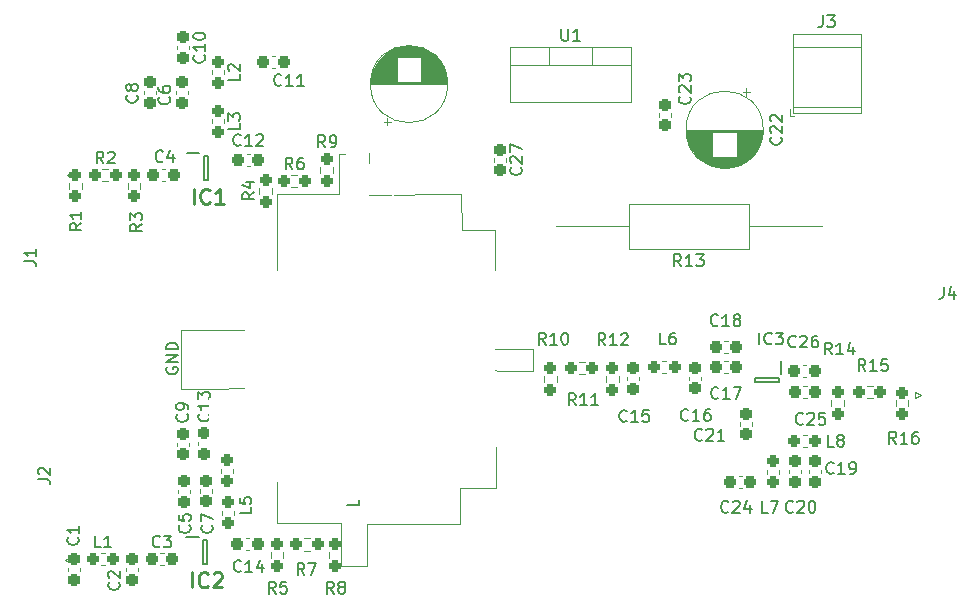
<source format=gto>
%TF.GenerationSoftware,KiCad,Pcbnew,(6.0.1)*%
%TF.CreationDate,2022-02-08T14:34:19+00:00*%
%TF.ProjectId,TrackingGenerator,54726163-6b69-46e6-9747-656e65726174,rev?*%
%TF.SameCoordinates,Original*%
%TF.FileFunction,Legend,Top*%
%TF.FilePolarity,Positive*%
%FSLAX46Y46*%
G04 Gerber Fmt 4.6, Leading zero omitted, Abs format (unit mm)*
G04 Created by KiCad (PCBNEW (6.0.1)) date 2022-02-08 14:34:19*
%MOMM*%
%LPD*%
G01*
G04 APERTURE LIST*
G04 Aperture macros list*
%AMRoundRect*
0 Rectangle with rounded corners*
0 $1 Rounding radius*
0 $2 $3 $4 $5 $6 $7 $8 $9 X,Y pos of 4 corners*
0 Add a 4 corners polygon primitive as box body*
4,1,4,$2,$3,$4,$5,$6,$7,$8,$9,$2,$3,0*
0 Add four circle primitives for the rounded corners*
1,1,$1+$1,$2,$3*
1,1,$1+$1,$4,$5*
1,1,$1+$1,$6,$7*
1,1,$1+$1,$8,$9*
0 Add four rect primitives between the rounded corners*
20,1,$1+$1,$2,$3,$4,$5,0*
20,1,$1+$1,$4,$5,$6,$7,0*
20,1,$1+$1,$6,$7,$8,$9,0*
20,1,$1+$1,$8,$9,$2,$3,0*%
%AMFreePoly0*
4,1,53,2.042426,15.408426,2.060000,15.366000,2.060000,7.426000,13.541000,7.426000,13.583426,7.408426,13.601000,7.366000,13.601000,3.366000,13.583426,3.323574,13.541000,3.306000,10.601000,3.306000,10.601000,-3.306000,13.541000,-3.306000,13.583426,-3.323574,13.601000,-3.366000,13.601000,-7.366000,13.583426,-7.408426,13.541000,-7.426000,10.601000,-7.426000,10.601000,-10.366000,10.583426,-10.408426,
10.541000,-10.426000,7.541000,-10.426000,7.498574,-10.408426,7.481000,-10.366000,7.481000,-7.426000,-7.481000,-7.426000,-7.481000,-10.366000,-7.498574,-10.408426,-7.541000,-10.426000,-10.541000,-10.426000,-10.583426,-10.408426,-10.601000,-10.366000,-10.601000,-7.426000,-13.541000,-7.426000,-13.583426,-7.408426,-13.601000,-7.366000,-13.601000,-3.366000,-13.583426,-3.323574,-13.541000,-3.306000,-10.601000,-3.306000,
-10.601000,3.306000,-13.541000,3.306000,-13.583426,3.323574,-13.601000,3.366000,-13.601000,7.366000,-13.583426,7.408426,-13.541000,7.426000,-2.060000,7.426000,-2.060000,15.366000,-2.042426,15.408426,-2.000000,15.426000,2.000000,15.426000,2.042426,15.408426,2.042426,15.408426,$1*%
G04 Aperture macros list end*
%ADD10C,0.150000*%
%ADD11C,0.254000*%
%ADD12C,0.120000*%
%ADD13C,0.200000*%
%ADD14RoundRect,0.237500X-0.237500X0.300000X-0.237500X-0.300000X0.237500X-0.300000X0.237500X0.300000X0*%
%ADD15R,1.905000X2.000000*%
%ADD16O,1.905000X2.000000*%
%ADD17RoundRect,0.237500X-0.237500X0.250000X-0.237500X-0.250000X0.237500X-0.250000X0.237500X0.250000X0*%
%ADD18RoundRect,0.237500X-0.250000X-0.237500X0.250000X-0.237500X0.250000X0.237500X-0.250000X0.237500X0*%
%ADD19C,3.200000*%
%ADD20RoundRect,0.237500X0.237500X-0.250000X0.237500X0.250000X-0.237500X0.250000X-0.237500X-0.250000X0*%
%ADD21RoundRect,0.237500X-0.300000X-0.237500X0.300000X-0.237500X0.300000X0.237500X-0.300000X0.237500X0*%
%ADD22RoundRect,0.237500X-0.237500X0.287500X-0.237500X-0.287500X0.237500X-0.287500X0.237500X0.287500X0*%
%ADD23RoundRect,0.237500X0.300000X0.237500X-0.300000X0.237500X-0.300000X-0.237500X0.300000X-0.237500X0*%
%ADD24R,5.080000X1.500000*%
%ADD25RoundRect,0.237500X0.287500X0.237500X-0.287500X0.237500X-0.287500X-0.237500X0.287500X-0.237500X0*%
%ADD26RoundRect,0.237500X0.237500X-0.300000X0.237500X0.300000X-0.237500X0.300000X-0.237500X-0.300000X0*%
%ADD27R,1.600000X1.600000*%
%ADD28C,1.600000*%
%ADD29R,1.000000X3.000000*%
%ADD30FreePoly0,90.000000*%
%ADD31R,3.000000X1.000000*%
%ADD32RoundRect,0.237500X0.237500X-0.287500X0.237500X0.287500X-0.237500X0.287500X-0.237500X-0.287500X0*%
%ADD33R,1.050000X0.400000*%
%ADD34R,0.400000X1.050000*%
%ADD35RoundRect,0.237500X-0.287500X-0.237500X0.287500X-0.237500X0.287500X0.237500X-0.287500X0.237500X0*%
%ADD36C,2.400000*%
%ADD37O,2.400000X2.400000*%
%ADD38R,2.100000X2.100000*%
%ADD39C,2.100000*%
G04 APERTURE END LIST*
D10*
%TO.C,C9*%
X86564742Y-112993466D02*
X86612361Y-113041085D01*
X86659980Y-113183942D01*
X86659980Y-113279180D01*
X86612361Y-113422038D01*
X86517123Y-113517276D01*
X86421885Y-113564895D01*
X86231409Y-113612514D01*
X86088552Y-113612514D01*
X85898076Y-113564895D01*
X85802838Y-113517276D01*
X85707600Y-113422038D01*
X85659980Y-113279180D01*
X85659980Y-113183942D01*
X85707600Y-113041085D01*
X85755219Y-112993466D01*
X86659980Y-112517276D02*
X86659980Y-112326800D01*
X86612361Y-112231561D01*
X86564742Y-112183942D01*
X86421885Y-112088704D01*
X86231409Y-112041085D01*
X85850457Y-112041085D01*
X85755219Y-112088704D01*
X85707600Y-112136323D01*
X85659980Y-112231561D01*
X85659980Y-112422038D01*
X85707600Y-112517276D01*
X85755219Y-112564895D01*
X85850457Y-112612514D01*
X86088552Y-112612514D01*
X86183790Y-112564895D01*
X86231409Y-112517276D01*
X86279028Y-112422038D01*
X86279028Y-112231561D01*
X86231409Y-112136323D01*
X86183790Y-112088704D01*
X86088552Y-112041085D01*
%TO.C,U1*%
X118262495Y-80353780D02*
X118262495Y-81163304D01*
X118310114Y-81258542D01*
X118357733Y-81306161D01*
X118452971Y-81353780D01*
X118643447Y-81353780D01*
X118738685Y-81306161D01*
X118786304Y-81258542D01*
X118833923Y-81163304D01*
X118833923Y-80353780D01*
X119833923Y-81353780D02*
X119262495Y-81353780D01*
X119548209Y-81353780D02*
X119548209Y-80353780D01*
X119452971Y-80496638D01*
X119357733Y-80591876D01*
X119262495Y-80639495D01*
%TO.C,R14*%
X141154942Y-107915680D02*
X140821609Y-107439490D01*
X140583514Y-107915680D02*
X140583514Y-106915680D01*
X140964466Y-106915680D01*
X141059704Y-106963300D01*
X141107323Y-107010919D01*
X141154942Y-107106157D01*
X141154942Y-107249014D01*
X141107323Y-107344252D01*
X141059704Y-107391871D01*
X140964466Y-107439490D01*
X140583514Y-107439490D01*
X142107323Y-107915680D02*
X141535895Y-107915680D01*
X141821609Y-107915680D02*
X141821609Y-106915680D01*
X141726371Y-107058538D01*
X141631133Y-107153776D01*
X141535895Y-107201395D01*
X142964466Y-107249014D02*
X142964466Y-107915680D01*
X142726371Y-106868061D02*
X142488276Y-107582347D01*
X143107323Y-107582347D01*
%TO.C,R6*%
X95489733Y-92240380D02*
X95156400Y-91764190D01*
X94918304Y-92240380D02*
X94918304Y-91240380D01*
X95299257Y-91240380D01*
X95394495Y-91288000D01*
X95442114Y-91335619D01*
X95489733Y-91430857D01*
X95489733Y-91573714D01*
X95442114Y-91668952D01*
X95394495Y-91716571D01*
X95299257Y-91764190D01*
X94918304Y-91764190D01*
X96346876Y-91240380D02*
X96156400Y-91240380D01*
X96061161Y-91288000D01*
X96013542Y-91335619D01*
X95918304Y-91478476D01*
X95870685Y-91668952D01*
X95870685Y-92049904D01*
X95918304Y-92145142D01*
X95965923Y-92192761D01*
X96061161Y-92240380D01*
X96251638Y-92240380D01*
X96346876Y-92192761D01*
X96394495Y-92145142D01*
X96442114Y-92049904D01*
X96442114Y-91811809D01*
X96394495Y-91716571D01*
X96346876Y-91668952D01*
X96251638Y-91621333D01*
X96061161Y-91621333D01*
X95965923Y-91668952D01*
X95918304Y-91716571D01*
X95870685Y-91811809D01*
%TO.C,R10*%
X116929742Y-107084380D02*
X116596409Y-106608190D01*
X116358314Y-107084380D02*
X116358314Y-106084380D01*
X116739266Y-106084380D01*
X116834504Y-106132000D01*
X116882123Y-106179619D01*
X116929742Y-106274857D01*
X116929742Y-106417714D01*
X116882123Y-106512952D01*
X116834504Y-106560571D01*
X116739266Y-106608190D01*
X116358314Y-106608190D01*
X117882123Y-107084380D02*
X117310695Y-107084380D01*
X117596409Y-107084380D02*
X117596409Y-106084380D01*
X117501171Y-106227238D01*
X117405933Y-106322476D01*
X117310695Y-106370095D01*
X118501171Y-106084380D02*
X118596409Y-106084380D01*
X118691647Y-106132000D01*
X118739266Y-106179619D01*
X118786885Y-106274857D01*
X118834504Y-106465333D01*
X118834504Y-106703428D01*
X118786885Y-106893904D01*
X118739266Y-106989142D01*
X118691647Y-107036761D01*
X118596409Y-107084380D01*
X118501171Y-107084380D01*
X118405933Y-107036761D01*
X118358314Y-106989142D01*
X118310695Y-106893904D01*
X118263076Y-106703428D01*
X118263076Y-106465333D01*
X118310695Y-106274857D01*
X118358314Y-106179619D01*
X118405933Y-106132000D01*
X118501171Y-106084380D01*
%TO.C,C5*%
X86767942Y-122391466D02*
X86815561Y-122439085D01*
X86863180Y-122581942D01*
X86863180Y-122677180D01*
X86815561Y-122820038D01*
X86720323Y-122915276D01*
X86625085Y-122962895D01*
X86434609Y-123010514D01*
X86291752Y-123010514D01*
X86101276Y-122962895D01*
X86006038Y-122915276D01*
X85910800Y-122820038D01*
X85863180Y-122677180D01*
X85863180Y-122581942D01*
X85910800Y-122439085D01*
X85958419Y-122391466D01*
X85863180Y-121486704D02*
X85863180Y-121962895D01*
X86339371Y-122010514D01*
X86291752Y-121962895D01*
X86244133Y-121867657D01*
X86244133Y-121629561D01*
X86291752Y-121534323D01*
X86339371Y-121486704D01*
X86434609Y-121439085D01*
X86672704Y-121439085D01*
X86767942Y-121486704D01*
X86815561Y-121534323D01*
X86863180Y-121629561D01*
X86863180Y-121867657D01*
X86815561Y-121962895D01*
X86767942Y-122010514D01*
%TO.C,C17*%
X131554942Y-111570442D02*
X131507323Y-111618061D01*
X131364466Y-111665680D01*
X131269228Y-111665680D01*
X131126371Y-111618061D01*
X131031133Y-111522823D01*
X130983514Y-111427585D01*
X130935895Y-111237109D01*
X130935895Y-111094252D01*
X130983514Y-110903776D01*
X131031133Y-110808538D01*
X131126371Y-110713300D01*
X131269228Y-110665680D01*
X131364466Y-110665680D01*
X131507323Y-110713300D01*
X131554942Y-110760919D01*
X132507323Y-111665680D02*
X131935895Y-111665680D01*
X132221609Y-111665680D02*
X132221609Y-110665680D01*
X132126371Y-110808538D01*
X132031133Y-110903776D01*
X131935895Y-110951395D01*
X132840657Y-110665680D02*
X133507323Y-110665680D01*
X133078752Y-111665680D01*
%TO.C,R3*%
X82748380Y-96889866D02*
X82272190Y-97223200D01*
X82748380Y-97461295D02*
X81748380Y-97461295D01*
X81748380Y-97080342D01*
X81796000Y-96985104D01*
X81843619Y-96937485D01*
X81938857Y-96889866D01*
X82081714Y-96889866D01*
X82176952Y-96937485D01*
X82224571Y-96985104D01*
X82272190Y-97080342D01*
X82272190Y-97461295D01*
X81748380Y-96556533D02*
X81748380Y-95937485D01*
X82129333Y-96270819D01*
X82129333Y-96127961D01*
X82176952Y-96032723D01*
X82224571Y-95985104D01*
X82319809Y-95937485D01*
X82557904Y-95937485D01*
X82653142Y-95985104D01*
X82700761Y-96032723D01*
X82748380Y-96127961D01*
X82748380Y-96413676D01*
X82700761Y-96508914D01*
X82653142Y-96556533D01*
%TO.C,C10*%
X87994742Y-82583257D02*
X88042361Y-82630876D01*
X88089980Y-82773733D01*
X88089980Y-82868971D01*
X88042361Y-83011828D01*
X87947123Y-83107066D01*
X87851885Y-83154685D01*
X87661409Y-83202304D01*
X87518552Y-83202304D01*
X87328076Y-83154685D01*
X87232838Y-83107066D01*
X87137600Y-83011828D01*
X87089980Y-82868971D01*
X87089980Y-82773733D01*
X87137600Y-82630876D01*
X87185219Y-82583257D01*
X88089980Y-81630876D02*
X88089980Y-82202304D01*
X88089980Y-81916590D02*
X87089980Y-81916590D01*
X87232838Y-82011828D01*
X87328076Y-82107066D01*
X87375695Y-82202304D01*
X87089980Y-81011828D02*
X87089980Y-80916590D01*
X87137600Y-80821352D01*
X87185219Y-80773733D01*
X87280457Y-80726114D01*
X87470933Y-80678495D01*
X87709028Y-80678495D01*
X87899504Y-80726114D01*
X87994742Y-80773733D01*
X88042361Y-80821352D01*
X88089980Y-80916590D01*
X88089980Y-81011828D01*
X88042361Y-81107066D01*
X87994742Y-81154685D01*
X87899504Y-81202304D01*
X87709028Y-81249923D01*
X87470933Y-81249923D01*
X87280457Y-81202304D01*
X87185219Y-81154685D01*
X87137600Y-81107066D01*
X87089980Y-81011828D01*
%TO.C,L3*%
X91036380Y-88355466D02*
X91036380Y-88831657D01*
X90036380Y-88831657D01*
X90036380Y-88117371D02*
X90036380Y-87498323D01*
X90417333Y-87831657D01*
X90417333Y-87688800D01*
X90464952Y-87593561D01*
X90512571Y-87545942D01*
X90607809Y-87498323D01*
X90845904Y-87498323D01*
X90941142Y-87545942D01*
X90988761Y-87593561D01*
X91036380Y-87688800D01*
X91036380Y-87974514D01*
X90988761Y-88069752D01*
X90941142Y-88117371D01*
%TO.C,C12*%
X91101942Y-90171542D02*
X91054323Y-90219161D01*
X90911466Y-90266780D01*
X90816228Y-90266780D01*
X90673371Y-90219161D01*
X90578133Y-90123923D01*
X90530514Y-90028685D01*
X90482895Y-89838209D01*
X90482895Y-89695352D01*
X90530514Y-89504876D01*
X90578133Y-89409638D01*
X90673371Y-89314400D01*
X90816228Y-89266780D01*
X90911466Y-89266780D01*
X91054323Y-89314400D01*
X91101942Y-89362019D01*
X92054323Y-90266780D02*
X91482895Y-90266780D01*
X91768609Y-90266780D02*
X91768609Y-89266780D01*
X91673371Y-89409638D01*
X91578133Y-89504876D01*
X91482895Y-89552495D01*
X92435276Y-89362019D02*
X92482895Y-89314400D01*
X92578133Y-89266780D01*
X92816228Y-89266780D01*
X92911466Y-89314400D01*
X92959085Y-89362019D01*
X93006704Y-89457257D01*
X93006704Y-89552495D01*
X92959085Y-89695352D01*
X92387657Y-90266780D01*
X93006704Y-90266780D01*
%TO.C,J4*%
X150616666Y-102202380D02*
X150616666Y-102916666D01*
X150569047Y-103059523D01*
X150473809Y-103154761D01*
X150330952Y-103202380D01*
X150235714Y-103202380D01*
X151521428Y-102535714D02*
X151521428Y-103202380D01*
X151283333Y-102154761D02*
X151045238Y-102869047D01*
X151664285Y-102869047D01*
%TO.C,L5*%
X92019380Y-120867466D02*
X92019380Y-121343657D01*
X91019380Y-121343657D01*
X91019380Y-120057942D02*
X91019380Y-120534133D01*
X91495571Y-120581752D01*
X91447952Y-120534133D01*
X91400333Y-120438895D01*
X91400333Y-120200800D01*
X91447952Y-120105561D01*
X91495571Y-120057942D01*
X91590809Y-120010323D01*
X91828904Y-120010323D01*
X91924142Y-120057942D01*
X91971761Y-120105561D01*
X92019380Y-120200800D01*
X92019380Y-120438895D01*
X91971761Y-120534133D01*
X91924142Y-120581752D01*
%TO.C,L6*%
X127107933Y-107069180D02*
X126631742Y-107069180D01*
X126631742Y-106069180D01*
X127869838Y-106069180D02*
X127679361Y-106069180D01*
X127584123Y-106116800D01*
X127536504Y-106164419D01*
X127441266Y-106307276D01*
X127393647Y-106497752D01*
X127393647Y-106878704D01*
X127441266Y-106973942D01*
X127488885Y-107021561D01*
X127584123Y-107069180D01*
X127774600Y-107069180D01*
X127869838Y-107021561D01*
X127917457Y-106973942D01*
X127965076Y-106878704D01*
X127965076Y-106640609D01*
X127917457Y-106545371D01*
X127869838Y-106497752D01*
X127774600Y-106450133D01*
X127584123Y-106450133D01*
X127488885Y-106497752D01*
X127441266Y-106545371D01*
X127393647Y-106640609D01*
%TO.C,C14*%
X91127342Y-126239542D02*
X91079723Y-126287161D01*
X90936866Y-126334780D01*
X90841628Y-126334780D01*
X90698771Y-126287161D01*
X90603533Y-126191923D01*
X90555914Y-126096685D01*
X90508295Y-125906209D01*
X90508295Y-125763352D01*
X90555914Y-125572876D01*
X90603533Y-125477638D01*
X90698771Y-125382400D01*
X90841628Y-125334780D01*
X90936866Y-125334780D01*
X91079723Y-125382400D01*
X91127342Y-125430019D01*
X92079723Y-126334780D02*
X91508295Y-126334780D01*
X91794009Y-126334780D02*
X91794009Y-125334780D01*
X91698771Y-125477638D01*
X91603533Y-125572876D01*
X91508295Y-125620495D01*
X92936866Y-125668114D02*
X92936866Y-126334780D01*
X92698771Y-125287161D02*
X92460676Y-126001447D01*
X93079723Y-126001447D01*
%TO.C,C23*%
X129109742Y-86088457D02*
X129157361Y-86136076D01*
X129204980Y-86278933D01*
X129204980Y-86374171D01*
X129157361Y-86517028D01*
X129062123Y-86612266D01*
X128966885Y-86659885D01*
X128776409Y-86707504D01*
X128633552Y-86707504D01*
X128443076Y-86659885D01*
X128347838Y-86612266D01*
X128252600Y-86517028D01*
X128204980Y-86374171D01*
X128204980Y-86278933D01*
X128252600Y-86136076D01*
X128300219Y-86088457D01*
X128300219Y-85707504D02*
X128252600Y-85659885D01*
X128204980Y-85564647D01*
X128204980Y-85326552D01*
X128252600Y-85231314D01*
X128300219Y-85183695D01*
X128395457Y-85136076D01*
X128490695Y-85136076D01*
X128633552Y-85183695D01*
X129204980Y-85755123D01*
X129204980Y-85136076D01*
X128204980Y-84802742D02*
X128204980Y-84183695D01*
X128585933Y-84517028D01*
X128585933Y-84374171D01*
X128633552Y-84278933D01*
X128681171Y-84231314D01*
X128776409Y-84183695D01*
X129014504Y-84183695D01*
X129109742Y-84231314D01*
X129157361Y-84278933D01*
X129204980Y-84374171D01*
X129204980Y-84659885D01*
X129157361Y-84755123D01*
X129109742Y-84802742D01*
%TO.C,C24*%
X132404942Y-121220442D02*
X132357323Y-121268061D01*
X132214466Y-121315680D01*
X132119228Y-121315680D01*
X131976371Y-121268061D01*
X131881133Y-121172823D01*
X131833514Y-121077585D01*
X131785895Y-120887109D01*
X131785895Y-120744252D01*
X131833514Y-120553776D01*
X131881133Y-120458538D01*
X131976371Y-120363300D01*
X132119228Y-120315680D01*
X132214466Y-120315680D01*
X132357323Y-120363300D01*
X132404942Y-120410919D01*
X132785895Y-120410919D02*
X132833514Y-120363300D01*
X132928752Y-120315680D01*
X133166847Y-120315680D01*
X133262085Y-120363300D01*
X133309704Y-120410919D01*
X133357323Y-120506157D01*
X133357323Y-120601395D01*
X133309704Y-120744252D01*
X132738276Y-121315680D01*
X133357323Y-121315680D01*
X134214466Y-120649014D02*
X134214466Y-121315680D01*
X133976371Y-120268061D02*
X133738276Y-120982347D01*
X134357323Y-120982347D01*
%TO.C,R15*%
X144004942Y-109306880D02*
X143671609Y-108830690D01*
X143433514Y-109306880D02*
X143433514Y-108306880D01*
X143814466Y-108306880D01*
X143909704Y-108354500D01*
X143957323Y-108402119D01*
X144004942Y-108497357D01*
X144004942Y-108640214D01*
X143957323Y-108735452D01*
X143909704Y-108783071D01*
X143814466Y-108830690D01*
X143433514Y-108830690D01*
X144957323Y-109306880D02*
X144385895Y-109306880D01*
X144671609Y-109306880D02*
X144671609Y-108306880D01*
X144576371Y-108449738D01*
X144481133Y-108544976D01*
X144385895Y-108592595D01*
X145862085Y-108306880D02*
X145385895Y-108306880D01*
X145338276Y-108783071D01*
X145385895Y-108735452D01*
X145481133Y-108687833D01*
X145719228Y-108687833D01*
X145814466Y-108735452D01*
X145862085Y-108783071D01*
X145909704Y-108878309D01*
X145909704Y-109116404D01*
X145862085Y-109211642D01*
X145814466Y-109259261D01*
X145719228Y-109306880D01*
X145481133Y-109306880D01*
X145385895Y-109259261D01*
X145338276Y-109211642D01*
%TO.C,C21*%
X130154942Y-115120442D02*
X130107323Y-115168061D01*
X129964466Y-115215680D01*
X129869228Y-115215680D01*
X129726371Y-115168061D01*
X129631133Y-115072823D01*
X129583514Y-114977585D01*
X129535895Y-114787109D01*
X129535895Y-114644252D01*
X129583514Y-114453776D01*
X129631133Y-114358538D01*
X129726371Y-114263300D01*
X129869228Y-114215680D01*
X129964466Y-114215680D01*
X130107323Y-114263300D01*
X130154942Y-114310919D01*
X130535895Y-114310919D02*
X130583514Y-114263300D01*
X130678752Y-114215680D01*
X130916847Y-114215680D01*
X131012085Y-114263300D01*
X131059704Y-114310919D01*
X131107323Y-114406157D01*
X131107323Y-114501395D01*
X131059704Y-114644252D01*
X130488276Y-115215680D01*
X131107323Y-115215680D01*
X132059704Y-115215680D02*
X131488276Y-115215680D01*
X131773990Y-115215680D02*
X131773990Y-114215680D01*
X131678752Y-114358538D01*
X131583514Y-114453776D01*
X131488276Y-114501395D01*
%TO.C,R5*%
X94067333Y-128163580D02*
X93734000Y-127687390D01*
X93495904Y-128163580D02*
X93495904Y-127163580D01*
X93876857Y-127163580D01*
X93972095Y-127211200D01*
X94019714Y-127258819D01*
X94067333Y-127354057D01*
X94067333Y-127496914D01*
X94019714Y-127592152D01*
X93972095Y-127639771D01*
X93876857Y-127687390D01*
X93495904Y-127687390D01*
X94972095Y-127163580D02*
X94495904Y-127163580D01*
X94448285Y-127639771D01*
X94495904Y-127592152D01*
X94591142Y-127544533D01*
X94829238Y-127544533D01*
X94924476Y-127592152D01*
X94972095Y-127639771D01*
X95019714Y-127735009D01*
X95019714Y-127973104D01*
X94972095Y-128068342D01*
X94924476Y-128115961D01*
X94829238Y-128163580D01*
X94591142Y-128163580D01*
X94495904Y-128115961D01*
X94448285Y-128068342D01*
%TO.C,C18*%
X131504942Y-105420442D02*
X131457323Y-105468061D01*
X131314466Y-105515680D01*
X131219228Y-105515680D01*
X131076371Y-105468061D01*
X130981133Y-105372823D01*
X130933514Y-105277585D01*
X130885895Y-105087109D01*
X130885895Y-104944252D01*
X130933514Y-104753776D01*
X130981133Y-104658538D01*
X131076371Y-104563300D01*
X131219228Y-104515680D01*
X131314466Y-104515680D01*
X131457323Y-104563300D01*
X131504942Y-104610919D01*
X132457323Y-105515680D02*
X131885895Y-105515680D01*
X132171609Y-105515680D02*
X132171609Y-104515680D01*
X132076371Y-104658538D01*
X131981133Y-104753776D01*
X131885895Y-104801395D01*
X133028752Y-104944252D02*
X132933514Y-104896633D01*
X132885895Y-104849014D01*
X132838276Y-104753776D01*
X132838276Y-104706157D01*
X132885895Y-104610919D01*
X132933514Y-104563300D01*
X133028752Y-104515680D01*
X133219228Y-104515680D01*
X133314466Y-104563300D01*
X133362085Y-104610919D01*
X133409704Y-104706157D01*
X133409704Y-104753776D01*
X133362085Y-104849014D01*
X133314466Y-104896633D01*
X133219228Y-104944252D01*
X133028752Y-104944252D01*
X132933514Y-104991871D01*
X132885895Y-105039490D01*
X132838276Y-105134728D01*
X132838276Y-105325204D01*
X132885895Y-105420442D01*
X132933514Y-105468061D01*
X133028752Y-105515680D01*
X133219228Y-105515680D01*
X133314466Y-105468061D01*
X133362085Y-105420442D01*
X133409704Y-105325204D01*
X133409704Y-105134728D01*
X133362085Y-105039490D01*
X133314466Y-104991871D01*
X133219228Y-104944252D01*
%TO.C,C20*%
X137854942Y-121220442D02*
X137807323Y-121268061D01*
X137664466Y-121315680D01*
X137569228Y-121315680D01*
X137426371Y-121268061D01*
X137331133Y-121172823D01*
X137283514Y-121077585D01*
X137235895Y-120887109D01*
X137235895Y-120744252D01*
X137283514Y-120553776D01*
X137331133Y-120458538D01*
X137426371Y-120363300D01*
X137569228Y-120315680D01*
X137664466Y-120315680D01*
X137807323Y-120363300D01*
X137854942Y-120410919D01*
X138235895Y-120410919D02*
X138283514Y-120363300D01*
X138378752Y-120315680D01*
X138616847Y-120315680D01*
X138712085Y-120363300D01*
X138759704Y-120410919D01*
X138807323Y-120506157D01*
X138807323Y-120601395D01*
X138759704Y-120744252D01*
X138188276Y-121315680D01*
X138807323Y-121315680D01*
X139426371Y-120315680D02*
X139521609Y-120315680D01*
X139616847Y-120363300D01*
X139664466Y-120410919D01*
X139712085Y-120506157D01*
X139759704Y-120696633D01*
X139759704Y-120934728D01*
X139712085Y-121125204D01*
X139664466Y-121220442D01*
X139616847Y-121268061D01*
X139521609Y-121315680D01*
X139426371Y-121315680D01*
X139331133Y-121268061D01*
X139283514Y-121220442D01*
X139235895Y-121125204D01*
X139188276Y-120934728D01*
X139188276Y-120696633D01*
X139235895Y-120506157D01*
X139283514Y-120410919D01*
X139331133Y-120363300D01*
X139426371Y-120315680D01*
%TO.C,R11*%
X119471342Y-112219980D02*
X119138009Y-111743790D01*
X118899914Y-112219980D02*
X118899914Y-111219980D01*
X119280866Y-111219980D01*
X119376104Y-111267600D01*
X119423723Y-111315219D01*
X119471342Y-111410457D01*
X119471342Y-111553314D01*
X119423723Y-111648552D01*
X119376104Y-111696171D01*
X119280866Y-111743790D01*
X118899914Y-111743790D01*
X120423723Y-112219980D02*
X119852295Y-112219980D01*
X120138009Y-112219980D02*
X120138009Y-111219980D01*
X120042771Y-111362838D01*
X119947533Y-111458076D01*
X119852295Y-111505695D01*
X121376104Y-112219980D02*
X120804676Y-112219980D01*
X121090390Y-112219980D02*
X121090390Y-111219980D01*
X120995152Y-111362838D01*
X120899914Y-111458076D01*
X120804676Y-111505695D01*
%TO.C,R4*%
X92247980Y-94197466D02*
X91771790Y-94530800D01*
X92247980Y-94768895D02*
X91247980Y-94768895D01*
X91247980Y-94387942D01*
X91295600Y-94292704D01*
X91343219Y-94245085D01*
X91438457Y-94197466D01*
X91581314Y-94197466D01*
X91676552Y-94245085D01*
X91724171Y-94292704D01*
X91771790Y-94387942D01*
X91771790Y-94768895D01*
X91581314Y-93340323D02*
X92247980Y-93340323D01*
X91200361Y-93578419D02*
X91914647Y-93816514D01*
X91914647Y-93197466D01*
%TO.C,J1*%
X72779080Y-100002933D02*
X73493366Y-100002933D01*
X73636223Y-100050552D01*
X73731461Y-100145790D01*
X73779080Y-100288647D01*
X73779080Y-100383885D01*
X73779080Y-99002933D02*
X73779080Y-99574361D01*
X73779080Y-99288647D02*
X72779080Y-99288647D01*
X72921938Y-99383885D01*
X73017176Y-99479123D01*
X73064795Y-99574361D01*
%TO.C,C15*%
X123790142Y-113520442D02*
X123742523Y-113568061D01*
X123599666Y-113615680D01*
X123504428Y-113615680D01*
X123361571Y-113568061D01*
X123266333Y-113472823D01*
X123218714Y-113377585D01*
X123171095Y-113187109D01*
X123171095Y-113044252D01*
X123218714Y-112853776D01*
X123266333Y-112758538D01*
X123361571Y-112663300D01*
X123504428Y-112615680D01*
X123599666Y-112615680D01*
X123742523Y-112663300D01*
X123790142Y-112710919D01*
X124742523Y-113615680D02*
X124171095Y-113615680D01*
X124456809Y-113615680D02*
X124456809Y-112615680D01*
X124361571Y-112758538D01*
X124266333Y-112853776D01*
X124171095Y-112901395D01*
X125647285Y-112615680D02*
X125171095Y-112615680D01*
X125123476Y-113091871D01*
X125171095Y-113044252D01*
X125266333Y-112996633D01*
X125504428Y-112996633D01*
X125599666Y-113044252D01*
X125647285Y-113091871D01*
X125694904Y-113187109D01*
X125694904Y-113425204D01*
X125647285Y-113520442D01*
X125599666Y-113568061D01*
X125504428Y-113615680D01*
X125266333Y-113615680D01*
X125171095Y-113568061D01*
X125123476Y-113520442D01*
%TO.C,L8*%
X141331133Y-115715680D02*
X140854942Y-115715680D01*
X140854942Y-114715680D01*
X141807323Y-115144252D02*
X141712085Y-115096633D01*
X141664466Y-115049014D01*
X141616847Y-114953776D01*
X141616847Y-114906157D01*
X141664466Y-114810919D01*
X141712085Y-114763300D01*
X141807323Y-114715680D01*
X141997800Y-114715680D01*
X142093038Y-114763300D01*
X142140657Y-114810919D01*
X142188276Y-114906157D01*
X142188276Y-114953776D01*
X142140657Y-115049014D01*
X142093038Y-115096633D01*
X141997800Y-115144252D01*
X141807323Y-115144252D01*
X141712085Y-115191871D01*
X141664466Y-115239490D01*
X141616847Y-115334728D01*
X141616847Y-115525204D01*
X141664466Y-115620442D01*
X141712085Y-115668061D01*
X141807323Y-115715680D01*
X141997800Y-115715680D01*
X142093038Y-115668061D01*
X142140657Y-115620442D01*
X142188276Y-115525204D01*
X142188276Y-115334728D01*
X142140657Y-115239490D01*
X142093038Y-115191871D01*
X141997800Y-115144252D01*
%TO.C,C25*%
X138704942Y-113770442D02*
X138657323Y-113818061D01*
X138514466Y-113865680D01*
X138419228Y-113865680D01*
X138276371Y-113818061D01*
X138181133Y-113722823D01*
X138133514Y-113627585D01*
X138085895Y-113437109D01*
X138085895Y-113294252D01*
X138133514Y-113103776D01*
X138181133Y-113008538D01*
X138276371Y-112913300D01*
X138419228Y-112865680D01*
X138514466Y-112865680D01*
X138657323Y-112913300D01*
X138704942Y-112960919D01*
X139085895Y-112960919D02*
X139133514Y-112913300D01*
X139228752Y-112865680D01*
X139466847Y-112865680D01*
X139562085Y-112913300D01*
X139609704Y-112960919D01*
X139657323Y-113056157D01*
X139657323Y-113151395D01*
X139609704Y-113294252D01*
X139038276Y-113865680D01*
X139657323Y-113865680D01*
X140562085Y-112865680D02*
X140085895Y-112865680D01*
X140038276Y-113341871D01*
X140085895Y-113294252D01*
X140181133Y-113246633D01*
X140419228Y-113246633D01*
X140514466Y-113294252D01*
X140562085Y-113341871D01*
X140609704Y-113437109D01*
X140609704Y-113675204D01*
X140562085Y-113770442D01*
X140514466Y-113818061D01*
X140419228Y-113865680D01*
X140181133Y-113865680D01*
X140085895Y-113818061D01*
X140038276Y-113770442D01*
%TO.C,C2*%
X80773542Y-127217466D02*
X80821161Y-127265085D01*
X80868780Y-127407942D01*
X80868780Y-127503180D01*
X80821161Y-127646038D01*
X80725923Y-127741276D01*
X80630685Y-127788895D01*
X80440209Y-127836514D01*
X80297352Y-127836514D01*
X80106876Y-127788895D01*
X80011638Y-127741276D01*
X79916400Y-127646038D01*
X79868780Y-127503180D01*
X79868780Y-127407942D01*
X79916400Y-127265085D01*
X79964019Y-127217466D01*
X79964019Y-126836514D02*
X79916400Y-126788895D01*
X79868780Y-126693657D01*
X79868780Y-126455561D01*
X79916400Y-126360323D01*
X79964019Y-126312704D01*
X80059257Y-126265085D01*
X80154495Y-126265085D01*
X80297352Y-126312704D01*
X80868780Y-126884133D01*
X80868780Y-126265085D01*
%TO.C,C26*%
X138104942Y-107220442D02*
X138057323Y-107268061D01*
X137914466Y-107315680D01*
X137819228Y-107315680D01*
X137676371Y-107268061D01*
X137581133Y-107172823D01*
X137533514Y-107077585D01*
X137485895Y-106887109D01*
X137485895Y-106744252D01*
X137533514Y-106553776D01*
X137581133Y-106458538D01*
X137676371Y-106363300D01*
X137819228Y-106315680D01*
X137914466Y-106315680D01*
X138057323Y-106363300D01*
X138104942Y-106410919D01*
X138485895Y-106410919D02*
X138533514Y-106363300D01*
X138628752Y-106315680D01*
X138866847Y-106315680D01*
X138962085Y-106363300D01*
X139009704Y-106410919D01*
X139057323Y-106506157D01*
X139057323Y-106601395D01*
X139009704Y-106744252D01*
X138438276Y-107315680D01*
X139057323Y-107315680D01*
X139914466Y-106315680D02*
X139723990Y-106315680D01*
X139628752Y-106363300D01*
X139581133Y-106410919D01*
X139485895Y-106553776D01*
X139438276Y-106744252D01*
X139438276Y-107125204D01*
X139485895Y-107220442D01*
X139533514Y-107268061D01*
X139628752Y-107315680D01*
X139819228Y-107315680D01*
X139914466Y-107268061D01*
X139962085Y-107220442D01*
X140009704Y-107125204D01*
X140009704Y-106887109D01*
X139962085Y-106791871D01*
X139914466Y-106744252D01*
X139819228Y-106696633D01*
X139628752Y-106696633D01*
X139533514Y-106744252D01*
X139485895Y-106791871D01*
X139438276Y-106887109D01*
%TO.C,C13*%
X88393542Y-112961657D02*
X88441161Y-113009276D01*
X88488780Y-113152133D01*
X88488780Y-113247371D01*
X88441161Y-113390228D01*
X88345923Y-113485466D01*
X88250685Y-113533085D01*
X88060209Y-113580704D01*
X87917352Y-113580704D01*
X87726876Y-113533085D01*
X87631638Y-113485466D01*
X87536400Y-113390228D01*
X87488780Y-113247371D01*
X87488780Y-113152133D01*
X87536400Y-113009276D01*
X87584019Y-112961657D01*
X88488780Y-112009276D02*
X88488780Y-112580704D01*
X88488780Y-112294990D02*
X87488780Y-112294990D01*
X87631638Y-112390228D01*
X87726876Y-112485466D01*
X87774495Y-112580704D01*
X87488780Y-111675942D02*
X87488780Y-111056895D01*
X87869733Y-111390228D01*
X87869733Y-111247371D01*
X87917352Y-111152133D01*
X87964971Y-111104514D01*
X88060209Y-111056895D01*
X88298304Y-111056895D01*
X88393542Y-111104514D01*
X88441161Y-111152133D01*
X88488780Y-111247371D01*
X88488780Y-111533085D01*
X88441161Y-111628323D01*
X88393542Y-111675942D01*
%TO.C,C28*%
X101316342Y-85665237D02*
X101363961Y-85712856D01*
X101411580Y-85855713D01*
X101411580Y-85950951D01*
X101363961Y-86093808D01*
X101268723Y-86189046D01*
X101173485Y-86236665D01*
X100983009Y-86284284D01*
X100840152Y-86284284D01*
X100649676Y-86236665D01*
X100554438Y-86189046D01*
X100459200Y-86093808D01*
X100411580Y-85950951D01*
X100411580Y-85855713D01*
X100459200Y-85712856D01*
X100506819Y-85665237D01*
X100506819Y-85284284D02*
X100459200Y-85236665D01*
X100411580Y-85141427D01*
X100411580Y-84903332D01*
X100459200Y-84808094D01*
X100506819Y-84760475D01*
X100602057Y-84712856D01*
X100697295Y-84712856D01*
X100840152Y-84760475D01*
X101411580Y-85331903D01*
X101411580Y-84712856D01*
X100840152Y-84141427D02*
X100792533Y-84236665D01*
X100744914Y-84284284D01*
X100649676Y-84331903D01*
X100602057Y-84331903D01*
X100506819Y-84284284D01*
X100459200Y-84236665D01*
X100411580Y-84141427D01*
X100411580Y-83950951D01*
X100459200Y-83855713D01*
X100506819Y-83808094D01*
X100602057Y-83760475D01*
X100649676Y-83760475D01*
X100744914Y-83808094D01*
X100792533Y-83855713D01*
X100840152Y-83950951D01*
X100840152Y-84141427D01*
X100887771Y-84236665D01*
X100935390Y-84284284D01*
X101030628Y-84331903D01*
X101221104Y-84331903D01*
X101316342Y-84284284D01*
X101363961Y-84236665D01*
X101411580Y-84141427D01*
X101411580Y-83950951D01*
X101363961Y-83855713D01*
X101316342Y-83808094D01*
X101221104Y-83760475D01*
X101030628Y-83760475D01*
X100935390Y-83808094D01*
X100887771Y-83855713D01*
X100840152Y-83950951D01*
%TO.C,M1*%
X113558580Y-103908123D02*
X112558580Y-103908123D01*
X113272866Y-103574790D01*
X112558580Y-103241457D01*
X113558580Y-103241457D01*
X113558580Y-102241457D02*
X113558580Y-102812885D01*
X113558580Y-102527171D02*
X112558580Y-102527171D01*
X112701438Y-102622409D01*
X112796676Y-102717647D01*
X112844295Y-102812885D01*
X101188780Y-95854876D02*
X100712590Y-96188209D01*
X101188780Y-96426304D02*
X100188780Y-96426304D01*
X100188780Y-96045352D01*
X100236400Y-95950114D01*
X100284019Y-95902495D01*
X100379257Y-95854876D01*
X100522114Y-95854876D01*
X100617352Y-95902495D01*
X100664971Y-95950114D01*
X100712590Y-96045352D01*
X100712590Y-96426304D01*
X84844000Y-109016704D02*
X84796380Y-109111942D01*
X84796380Y-109254800D01*
X84844000Y-109397657D01*
X84939238Y-109492895D01*
X85034476Y-109540514D01*
X85224952Y-109588133D01*
X85367809Y-109588133D01*
X85558285Y-109540514D01*
X85653523Y-109492895D01*
X85748761Y-109397657D01*
X85796380Y-109254800D01*
X85796380Y-109159561D01*
X85748761Y-109016704D01*
X85701142Y-108969085D01*
X85367809Y-108969085D01*
X85367809Y-109159561D01*
X85796380Y-108540514D02*
X84796380Y-108540514D01*
X85796380Y-107969085D01*
X84796380Y-107969085D01*
X85796380Y-107492895D02*
X84796380Y-107492895D01*
X84796380Y-107254800D01*
X84844000Y-107111942D01*
X84939238Y-107016704D01*
X85034476Y-106969085D01*
X85224952Y-106921466D01*
X85367809Y-106921466D01*
X85558285Y-106969085D01*
X85653523Y-107016704D01*
X85748761Y-107111942D01*
X85796380Y-107254800D01*
X85796380Y-107492895D01*
X111729780Y-108331000D02*
X110729780Y-108331000D01*
X101137980Y-120213476D02*
X101137980Y-120689666D01*
X100137980Y-120689666D01*
%TO.C,C19*%
X141304942Y-117920442D02*
X141257323Y-117968061D01*
X141114466Y-118015680D01*
X141019228Y-118015680D01*
X140876371Y-117968061D01*
X140781133Y-117872823D01*
X140733514Y-117777585D01*
X140685895Y-117587109D01*
X140685895Y-117444252D01*
X140733514Y-117253776D01*
X140781133Y-117158538D01*
X140876371Y-117063300D01*
X141019228Y-117015680D01*
X141114466Y-117015680D01*
X141257323Y-117063300D01*
X141304942Y-117110919D01*
X142257323Y-118015680D02*
X141685895Y-118015680D01*
X141971609Y-118015680D02*
X141971609Y-117015680D01*
X141876371Y-117158538D01*
X141781133Y-117253776D01*
X141685895Y-117301395D01*
X142733514Y-118015680D02*
X142923990Y-118015680D01*
X143019228Y-117968061D01*
X143066847Y-117920442D01*
X143162085Y-117777585D01*
X143209704Y-117587109D01*
X143209704Y-117206157D01*
X143162085Y-117110919D01*
X143114466Y-117063300D01*
X143019228Y-117015680D01*
X142828752Y-117015680D01*
X142733514Y-117063300D01*
X142685895Y-117110919D01*
X142638276Y-117206157D01*
X142638276Y-117444252D01*
X142685895Y-117539490D01*
X142733514Y-117587109D01*
X142828752Y-117634728D01*
X143019228Y-117634728D01*
X143114466Y-117587109D01*
X143162085Y-117539490D01*
X143209704Y-117444252D01*
%TO.C,L7*%
X135731133Y-121315680D02*
X135254942Y-121315680D01*
X135254942Y-120315680D01*
X135969228Y-120315680D02*
X136635895Y-120315680D01*
X136207323Y-121315680D01*
%TO.C,R2*%
X79487733Y-91732380D02*
X79154400Y-91256190D01*
X78916304Y-91732380D02*
X78916304Y-90732380D01*
X79297257Y-90732380D01*
X79392495Y-90780000D01*
X79440114Y-90827619D01*
X79487733Y-90922857D01*
X79487733Y-91065714D01*
X79440114Y-91160952D01*
X79392495Y-91208571D01*
X79297257Y-91256190D01*
X78916304Y-91256190D01*
X79868685Y-90827619D02*
X79916304Y-90780000D01*
X80011542Y-90732380D01*
X80249638Y-90732380D01*
X80344876Y-90780000D01*
X80392495Y-90827619D01*
X80440114Y-90922857D01*
X80440114Y-91018095D01*
X80392495Y-91160952D01*
X79821066Y-91732380D01*
X80440114Y-91732380D01*
D11*
%TO.C,IC2*%
X86999838Y-127625323D02*
X86999838Y-126355323D01*
X88330314Y-127504371D02*
X88269838Y-127564847D01*
X88088409Y-127625323D01*
X87967457Y-127625323D01*
X87786028Y-127564847D01*
X87665076Y-127443895D01*
X87604600Y-127322942D01*
X87544123Y-127081038D01*
X87544123Y-126899609D01*
X87604600Y-126657704D01*
X87665076Y-126536752D01*
X87786028Y-126415800D01*
X87967457Y-126355323D01*
X88088409Y-126355323D01*
X88269838Y-126415800D01*
X88330314Y-126476276D01*
X88814123Y-126476276D02*
X88874600Y-126415800D01*
X88995552Y-126355323D01*
X89297933Y-126355323D01*
X89418885Y-126415800D01*
X89479361Y-126476276D01*
X89539838Y-126597228D01*
X89539838Y-126718180D01*
X89479361Y-126899609D01*
X88753647Y-127625323D01*
X89539838Y-127625323D01*
D10*
%TO.C,C16*%
X128997942Y-113438342D02*
X128950323Y-113485961D01*
X128807466Y-113533580D01*
X128712228Y-113533580D01*
X128569371Y-113485961D01*
X128474133Y-113390723D01*
X128426514Y-113295485D01*
X128378895Y-113105009D01*
X128378895Y-112962152D01*
X128426514Y-112771676D01*
X128474133Y-112676438D01*
X128569371Y-112581200D01*
X128712228Y-112533580D01*
X128807466Y-112533580D01*
X128950323Y-112581200D01*
X128997942Y-112628819D01*
X129950323Y-113533580D02*
X129378895Y-113533580D01*
X129664609Y-113533580D02*
X129664609Y-112533580D01*
X129569371Y-112676438D01*
X129474133Y-112771676D01*
X129378895Y-112819295D01*
X130807466Y-112533580D02*
X130616990Y-112533580D01*
X130521752Y-112581200D01*
X130474133Y-112628819D01*
X130378895Y-112771676D01*
X130331276Y-112962152D01*
X130331276Y-113343104D01*
X130378895Y-113438342D01*
X130426514Y-113485961D01*
X130521752Y-113533580D01*
X130712228Y-113533580D01*
X130807466Y-113485961D01*
X130855085Y-113438342D01*
X130902704Y-113343104D01*
X130902704Y-113105009D01*
X130855085Y-113009771D01*
X130807466Y-112962152D01*
X130712228Y-112914533D01*
X130521752Y-112914533D01*
X130426514Y-112962152D01*
X130378895Y-113009771D01*
X130331276Y-113105009D01*
%TO.C,C8*%
X82297542Y-85967866D02*
X82345161Y-86015485D01*
X82392780Y-86158342D01*
X82392780Y-86253580D01*
X82345161Y-86396438D01*
X82249923Y-86491676D01*
X82154685Y-86539295D01*
X81964209Y-86586914D01*
X81821352Y-86586914D01*
X81630876Y-86539295D01*
X81535638Y-86491676D01*
X81440400Y-86396438D01*
X81392780Y-86253580D01*
X81392780Y-86158342D01*
X81440400Y-86015485D01*
X81488019Y-85967866D01*
X81821352Y-85396438D02*
X81773733Y-85491676D01*
X81726114Y-85539295D01*
X81630876Y-85586914D01*
X81583257Y-85586914D01*
X81488019Y-85539295D01*
X81440400Y-85491676D01*
X81392780Y-85396438D01*
X81392780Y-85205961D01*
X81440400Y-85110723D01*
X81488019Y-85063104D01*
X81583257Y-85015485D01*
X81630876Y-85015485D01*
X81726114Y-85063104D01*
X81773733Y-85110723D01*
X81821352Y-85205961D01*
X81821352Y-85396438D01*
X81868971Y-85491676D01*
X81916590Y-85539295D01*
X82011828Y-85586914D01*
X82202304Y-85586914D01*
X82297542Y-85539295D01*
X82345161Y-85491676D01*
X82392780Y-85396438D01*
X82392780Y-85205961D01*
X82345161Y-85110723D01*
X82297542Y-85063104D01*
X82202304Y-85015485D01*
X82011828Y-85015485D01*
X81916590Y-85063104D01*
X81868971Y-85110723D01*
X81821352Y-85205961D01*
%TO.C,C11*%
X94556342Y-85091542D02*
X94508723Y-85139161D01*
X94365866Y-85186780D01*
X94270628Y-85186780D01*
X94127771Y-85139161D01*
X94032533Y-85043923D01*
X93984914Y-84948685D01*
X93937295Y-84758209D01*
X93937295Y-84615352D01*
X93984914Y-84424876D01*
X94032533Y-84329638D01*
X94127771Y-84234400D01*
X94270628Y-84186780D01*
X94365866Y-84186780D01*
X94508723Y-84234400D01*
X94556342Y-84282019D01*
X95508723Y-85186780D02*
X94937295Y-85186780D01*
X95223009Y-85186780D02*
X95223009Y-84186780D01*
X95127771Y-84329638D01*
X95032533Y-84424876D01*
X94937295Y-84472495D01*
X96461104Y-85186780D02*
X95889676Y-85186780D01*
X96175390Y-85186780D02*
X96175390Y-84186780D01*
X96080152Y-84329638D01*
X95984914Y-84424876D01*
X95889676Y-84472495D01*
%TO.C,IC3*%
X135021609Y-107065680D02*
X135021609Y-106065680D01*
X136069228Y-106970442D02*
X136021609Y-107018061D01*
X135878752Y-107065680D01*
X135783514Y-107065680D01*
X135640657Y-107018061D01*
X135545419Y-106922823D01*
X135497800Y-106827585D01*
X135450180Y-106637109D01*
X135450180Y-106494252D01*
X135497800Y-106303776D01*
X135545419Y-106208538D01*
X135640657Y-106113300D01*
X135783514Y-106065680D01*
X135878752Y-106065680D01*
X136021609Y-106113300D01*
X136069228Y-106160919D01*
X136402561Y-106065680D02*
X137021609Y-106065680D01*
X136688276Y-106446633D01*
X136831133Y-106446633D01*
X136926371Y-106494252D01*
X136973990Y-106541871D01*
X137021609Y-106637109D01*
X137021609Y-106875204D01*
X136973990Y-106970442D01*
X136926371Y-107018061D01*
X136831133Y-107065680D01*
X136545419Y-107065680D01*
X136450180Y-107018061D01*
X136402561Y-106970442D01*
%TO.C,R8*%
X98994933Y-128163580D02*
X98661600Y-127687390D01*
X98423504Y-128163580D02*
X98423504Y-127163580D01*
X98804457Y-127163580D01*
X98899695Y-127211200D01*
X98947314Y-127258819D01*
X98994933Y-127354057D01*
X98994933Y-127496914D01*
X98947314Y-127592152D01*
X98899695Y-127639771D01*
X98804457Y-127687390D01*
X98423504Y-127687390D01*
X99566361Y-127592152D02*
X99471123Y-127544533D01*
X99423504Y-127496914D01*
X99375885Y-127401676D01*
X99375885Y-127354057D01*
X99423504Y-127258819D01*
X99471123Y-127211200D01*
X99566361Y-127163580D01*
X99756838Y-127163580D01*
X99852076Y-127211200D01*
X99899695Y-127258819D01*
X99947314Y-127354057D01*
X99947314Y-127401676D01*
X99899695Y-127496914D01*
X99852076Y-127544533D01*
X99756838Y-127592152D01*
X99566361Y-127592152D01*
X99471123Y-127639771D01*
X99423504Y-127687390D01*
X99375885Y-127782628D01*
X99375885Y-127973104D01*
X99423504Y-128068342D01*
X99471123Y-128115961D01*
X99566361Y-128163580D01*
X99756838Y-128163580D01*
X99852076Y-128115961D01*
X99899695Y-128068342D01*
X99947314Y-127973104D01*
X99947314Y-127782628D01*
X99899695Y-127687390D01*
X99852076Y-127639771D01*
X99756838Y-127592152D01*
%TO.C,L1*%
X79284533Y-124244380D02*
X78808342Y-124244380D01*
X78808342Y-123244380D01*
X80141676Y-124244380D02*
X79570247Y-124244380D01*
X79855961Y-124244380D02*
X79855961Y-123244380D01*
X79760723Y-123387238D01*
X79665485Y-123482476D01*
X79570247Y-123530095D01*
%TO.C,C22*%
X136837142Y-89522857D02*
X136884761Y-89570476D01*
X136932380Y-89713333D01*
X136932380Y-89808571D01*
X136884761Y-89951428D01*
X136789523Y-90046666D01*
X136694285Y-90094285D01*
X136503809Y-90141904D01*
X136360952Y-90141904D01*
X136170476Y-90094285D01*
X136075238Y-90046666D01*
X135980000Y-89951428D01*
X135932380Y-89808571D01*
X135932380Y-89713333D01*
X135980000Y-89570476D01*
X136027619Y-89522857D01*
X136027619Y-89141904D02*
X135980000Y-89094285D01*
X135932380Y-88999047D01*
X135932380Y-88760952D01*
X135980000Y-88665714D01*
X136027619Y-88618095D01*
X136122857Y-88570476D01*
X136218095Y-88570476D01*
X136360952Y-88618095D01*
X136932380Y-89189523D01*
X136932380Y-88570476D01*
X136027619Y-88189523D02*
X135980000Y-88141904D01*
X135932380Y-88046666D01*
X135932380Y-87808571D01*
X135980000Y-87713333D01*
X136027619Y-87665714D01*
X136122857Y-87618095D01*
X136218095Y-87618095D01*
X136360952Y-87665714D01*
X136932380Y-88237142D01*
X136932380Y-87618095D01*
%TO.C,C27*%
X114817142Y-92082857D02*
X114864761Y-92130476D01*
X114912380Y-92273333D01*
X114912380Y-92368571D01*
X114864761Y-92511428D01*
X114769523Y-92606666D01*
X114674285Y-92654285D01*
X114483809Y-92701904D01*
X114340952Y-92701904D01*
X114150476Y-92654285D01*
X114055238Y-92606666D01*
X113960000Y-92511428D01*
X113912380Y-92368571D01*
X113912380Y-92273333D01*
X113960000Y-92130476D01*
X114007619Y-92082857D01*
X114007619Y-91701904D02*
X113960000Y-91654285D01*
X113912380Y-91559047D01*
X113912380Y-91320952D01*
X113960000Y-91225714D01*
X114007619Y-91178095D01*
X114102857Y-91130476D01*
X114198095Y-91130476D01*
X114340952Y-91178095D01*
X114912380Y-91749523D01*
X114912380Y-91130476D01*
X113912380Y-90797142D02*
X113912380Y-90130476D01*
X114912380Y-90559047D01*
%TO.C,C7*%
X88647542Y-122391466D02*
X88695161Y-122439085D01*
X88742780Y-122581942D01*
X88742780Y-122677180D01*
X88695161Y-122820038D01*
X88599923Y-122915276D01*
X88504685Y-122962895D01*
X88314209Y-123010514D01*
X88171352Y-123010514D01*
X87980876Y-122962895D01*
X87885638Y-122915276D01*
X87790400Y-122820038D01*
X87742780Y-122677180D01*
X87742780Y-122581942D01*
X87790400Y-122439085D01*
X87838019Y-122391466D01*
X87742780Y-122058133D02*
X87742780Y-121391466D01*
X88742780Y-121820038D01*
%TO.C,R13*%
X128389142Y-100451180D02*
X128055809Y-99974990D01*
X127817714Y-100451180D02*
X127817714Y-99451180D01*
X128198666Y-99451180D01*
X128293904Y-99498800D01*
X128341523Y-99546419D01*
X128389142Y-99641657D01*
X128389142Y-99784514D01*
X128341523Y-99879752D01*
X128293904Y-99927371D01*
X128198666Y-99974990D01*
X127817714Y-99974990D01*
X129341523Y-100451180D02*
X128770095Y-100451180D01*
X129055809Y-100451180D02*
X129055809Y-99451180D01*
X128960571Y-99594038D01*
X128865333Y-99689276D01*
X128770095Y-99736895D01*
X129674857Y-99451180D02*
X130293904Y-99451180D01*
X129960571Y-99832133D01*
X130103428Y-99832133D01*
X130198666Y-99879752D01*
X130246285Y-99927371D01*
X130293904Y-100022609D01*
X130293904Y-100260704D01*
X130246285Y-100355942D01*
X130198666Y-100403561D01*
X130103428Y-100451180D01*
X129817714Y-100451180D01*
X129722476Y-100403561D01*
X129674857Y-100355942D01*
%TO.C,C1*%
X77319142Y-123407466D02*
X77366761Y-123455085D01*
X77414380Y-123597942D01*
X77414380Y-123693180D01*
X77366761Y-123836038D01*
X77271523Y-123931276D01*
X77176285Y-123978895D01*
X76985809Y-124026514D01*
X76842952Y-124026514D01*
X76652476Y-123978895D01*
X76557238Y-123931276D01*
X76462000Y-123836038D01*
X76414380Y-123693180D01*
X76414380Y-123597942D01*
X76462000Y-123455085D01*
X76509619Y-123407466D01*
X77414380Y-122455085D02*
X77414380Y-123026514D01*
X77414380Y-122740800D02*
X76414380Y-122740800D01*
X76557238Y-122836038D01*
X76652476Y-122931276D01*
X76700095Y-123026514D01*
D11*
%TO.C,IC1*%
X87152238Y-95164123D02*
X87152238Y-93894123D01*
X88482714Y-95043171D02*
X88422238Y-95103647D01*
X88240809Y-95164123D01*
X88119857Y-95164123D01*
X87938428Y-95103647D01*
X87817476Y-94982695D01*
X87757000Y-94861742D01*
X87696523Y-94619838D01*
X87696523Y-94438409D01*
X87757000Y-94196504D01*
X87817476Y-94075552D01*
X87938428Y-93954600D01*
X88119857Y-93894123D01*
X88240809Y-93894123D01*
X88422238Y-93954600D01*
X88482714Y-94015076D01*
X89692238Y-95164123D02*
X88966523Y-95164123D01*
X89329380Y-95164123D02*
X89329380Y-93894123D01*
X89208428Y-94075552D01*
X89087476Y-94196504D01*
X88966523Y-94256980D01*
D10*
%TO.C,R16*%
X146604942Y-115465680D02*
X146271609Y-114989490D01*
X146033514Y-115465680D02*
X146033514Y-114465680D01*
X146414466Y-114465680D01*
X146509704Y-114513300D01*
X146557323Y-114560919D01*
X146604942Y-114656157D01*
X146604942Y-114799014D01*
X146557323Y-114894252D01*
X146509704Y-114941871D01*
X146414466Y-114989490D01*
X146033514Y-114989490D01*
X147557323Y-115465680D02*
X146985895Y-115465680D01*
X147271609Y-115465680D02*
X147271609Y-114465680D01*
X147176371Y-114608538D01*
X147081133Y-114703776D01*
X146985895Y-114751395D01*
X148414466Y-114465680D02*
X148223990Y-114465680D01*
X148128752Y-114513300D01*
X148081133Y-114560919D01*
X147985895Y-114703776D01*
X147938276Y-114894252D01*
X147938276Y-115275204D01*
X147985895Y-115370442D01*
X148033514Y-115418061D01*
X148128752Y-115465680D01*
X148319228Y-115465680D01*
X148414466Y-115418061D01*
X148462085Y-115370442D01*
X148509704Y-115275204D01*
X148509704Y-115037109D01*
X148462085Y-114941871D01*
X148414466Y-114894252D01*
X148319228Y-114846633D01*
X148128752Y-114846633D01*
X148033514Y-114894252D01*
X147985895Y-114941871D01*
X147938276Y-115037109D01*
%TO.C,C3*%
X84262933Y-124149142D02*
X84215314Y-124196761D01*
X84072457Y-124244380D01*
X83977219Y-124244380D01*
X83834361Y-124196761D01*
X83739123Y-124101523D01*
X83691504Y-124006285D01*
X83643885Y-123815809D01*
X83643885Y-123672952D01*
X83691504Y-123482476D01*
X83739123Y-123387238D01*
X83834361Y-123292000D01*
X83977219Y-123244380D01*
X84072457Y-123244380D01*
X84215314Y-123292000D01*
X84262933Y-123339619D01*
X84596266Y-123244380D02*
X85215314Y-123244380D01*
X84881980Y-123625333D01*
X85024838Y-123625333D01*
X85120076Y-123672952D01*
X85167695Y-123720571D01*
X85215314Y-123815809D01*
X85215314Y-124053904D01*
X85167695Y-124149142D01*
X85120076Y-124196761D01*
X85024838Y-124244380D01*
X84739123Y-124244380D01*
X84643885Y-124196761D01*
X84596266Y-124149142D01*
%TO.C,R9*%
X98258333Y-90368380D02*
X97925000Y-89892190D01*
X97686904Y-90368380D02*
X97686904Y-89368380D01*
X98067857Y-89368380D01*
X98163095Y-89416000D01*
X98210714Y-89463619D01*
X98258333Y-89558857D01*
X98258333Y-89701714D01*
X98210714Y-89796952D01*
X98163095Y-89844571D01*
X98067857Y-89892190D01*
X97686904Y-89892190D01*
X98734523Y-90368380D02*
X98925000Y-90368380D01*
X99020238Y-90320761D01*
X99067857Y-90273142D01*
X99163095Y-90130285D01*
X99210714Y-89939809D01*
X99210714Y-89558857D01*
X99163095Y-89463619D01*
X99115476Y-89416000D01*
X99020238Y-89368380D01*
X98829761Y-89368380D01*
X98734523Y-89416000D01*
X98686904Y-89463619D01*
X98639285Y-89558857D01*
X98639285Y-89796952D01*
X98686904Y-89892190D01*
X98734523Y-89939809D01*
X98829761Y-89987428D01*
X99020238Y-89987428D01*
X99115476Y-89939809D01*
X99163095Y-89892190D01*
X99210714Y-89796952D01*
%TO.C,C6*%
X85040742Y-86120266D02*
X85088361Y-86167885D01*
X85135980Y-86310742D01*
X85135980Y-86405980D01*
X85088361Y-86548838D01*
X84993123Y-86644076D01*
X84897885Y-86691695D01*
X84707409Y-86739314D01*
X84564552Y-86739314D01*
X84374076Y-86691695D01*
X84278838Y-86644076D01*
X84183600Y-86548838D01*
X84135980Y-86405980D01*
X84135980Y-86310742D01*
X84183600Y-86167885D01*
X84231219Y-86120266D01*
X84135980Y-85263123D02*
X84135980Y-85453600D01*
X84183600Y-85548838D01*
X84231219Y-85596457D01*
X84374076Y-85691695D01*
X84564552Y-85739314D01*
X84945504Y-85739314D01*
X85040742Y-85691695D01*
X85088361Y-85644076D01*
X85135980Y-85548838D01*
X85135980Y-85358361D01*
X85088361Y-85263123D01*
X85040742Y-85215504D01*
X84945504Y-85167885D01*
X84707409Y-85167885D01*
X84612171Y-85215504D01*
X84564552Y-85263123D01*
X84516933Y-85358361D01*
X84516933Y-85548838D01*
X84564552Y-85644076D01*
X84612171Y-85691695D01*
X84707409Y-85739314D01*
%TO.C,R1*%
X77617580Y-96788266D02*
X77141390Y-97121600D01*
X77617580Y-97359695D02*
X76617580Y-97359695D01*
X76617580Y-96978742D01*
X76665200Y-96883504D01*
X76712819Y-96835885D01*
X76808057Y-96788266D01*
X76950914Y-96788266D01*
X77046152Y-96835885D01*
X77093771Y-96883504D01*
X77141390Y-96978742D01*
X77141390Y-97359695D01*
X77617580Y-95835885D02*
X77617580Y-96407314D01*
X77617580Y-96121600D02*
X76617580Y-96121600D01*
X76760438Y-96216838D01*
X76855676Y-96312076D01*
X76903295Y-96407314D01*
%TO.C,C4*%
X84516933Y-91543142D02*
X84469314Y-91590761D01*
X84326457Y-91638380D01*
X84231219Y-91638380D01*
X84088361Y-91590761D01*
X83993123Y-91495523D01*
X83945504Y-91400285D01*
X83897885Y-91209809D01*
X83897885Y-91066952D01*
X83945504Y-90876476D01*
X83993123Y-90781238D01*
X84088361Y-90686000D01*
X84231219Y-90638380D01*
X84326457Y-90638380D01*
X84469314Y-90686000D01*
X84516933Y-90733619D01*
X85374076Y-90971714D02*
X85374076Y-91638380D01*
X85135980Y-90590761D02*
X84897885Y-91305047D01*
X85516933Y-91305047D01*
%TO.C,L4*%
X90469980Y-115127066D02*
X90469980Y-115603257D01*
X89469980Y-115603257D01*
X89803314Y-114365161D02*
X90469980Y-114365161D01*
X89422361Y-114603257D02*
X90136647Y-114841352D01*
X90136647Y-114222304D01*
%TO.C,J2*%
X73975980Y-118494133D02*
X74690266Y-118494133D01*
X74833123Y-118541752D01*
X74928361Y-118636990D01*
X74975980Y-118779847D01*
X74975980Y-118875085D01*
X74071219Y-118065561D02*
X74023600Y-118017942D01*
X73975980Y-117922704D01*
X73975980Y-117684609D01*
X74023600Y-117589371D01*
X74071219Y-117541752D01*
X74166457Y-117494133D01*
X74261695Y-117494133D01*
X74404552Y-117541752D01*
X74975980Y-118113180D01*
X74975980Y-117494133D01*
%TO.C,R12*%
X121987542Y-107134380D02*
X121654209Y-106658190D01*
X121416114Y-107134380D02*
X121416114Y-106134380D01*
X121797066Y-106134380D01*
X121892304Y-106182000D01*
X121939923Y-106229619D01*
X121987542Y-106324857D01*
X121987542Y-106467714D01*
X121939923Y-106562952D01*
X121892304Y-106610571D01*
X121797066Y-106658190D01*
X121416114Y-106658190D01*
X122939923Y-107134380D02*
X122368495Y-107134380D01*
X122654209Y-107134380D02*
X122654209Y-106134380D01*
X122558971Y-106277238D01*
X122463733Y-106372476D01*
X122368495Y-106420095D01*
X123320876Y-106229619D02*
X123368495Y-106182000D01*
X123463733Y-106134380D01*
X123701828Y-106134380D01*
X123797066Y-106182000D01*
X123844685Y-106229619D01*
X123892304Y-106324857D01*
X123892304Y-106420095D01*
X123844685Y-106562952D01*
X123273257Y-107134380D01*
X123892304Y-107134380D01*
%TO.C,R7*%
X96505733Y-126588780D02*
X96172400Y-126112590D01*
X95934304Y-126588780D02*
X95934304Y-125588780D01*
X96315257Y-125588780D01*
X96410495Y-125636400D01*
X96458114Y-125684019D01*
X96505733Y-125779257D01*
X96505733Y-125922114D01*
X96458114Y-126017352D01*
X96410495Y-126064971D01*
X96315257Y-126112590D01*
X95934304Y-126112590D01*
X96839066Y-125588780D02*
X97505733Y-125588780D01*
X97077161Y-126588780D01*
%TO.C,J3*%
X140382666Y-79207180D02*
X140382666Y-79921466D01*
X140335047Y-80064323D01*
X140239809Y-80159561D01*
X140096952Y-80207180D01*
X140001714Y-80207180D01*
X140763619Y-79207180D02*
X141382666Y-79207180D01*
X141049333Y-79588133D01*
X141192190Y-79588133D01*
X141287428Y-79635752D01*
X141335047Y-79683371D01*
X141382666Y-79778609D01*
X141382666Y-80016704D01*
X141335047Y-80111942D01*
X141287428Y-80159561D01*
X141192190Y-80207180D01*
X140906476Y-80207180D01*
X140811238Y-80159561D01*
X140763619Y-80111942D01*
%TO.C,L2*%
X91036380Y-84189866D02*
X91036380Y-84666057D01*
X90036380Y-84666057D01*
X90131619Y-83904152D02*
X90084000Y-83856533D01*
X90036380Y-83761295D01*
X90036380Y-83523200D01*
X90084000Y-83427961D01*
X90131619Y-83380342D01*
X90226857Y-83332723D01*
X90322095Y-83332723D01*
X90464952Y-83380342D01*
X91036380Y-83951771D01*
X91036380Y-83332723D01*
D12*
%TO.C,C9*%
X86768400Y-115372933D02*
X86768400Y-115665467D01*
X85748400Y-115372933D02*
X85748400Y-115665467D01*
%TO.C,U1*%
X113904400Y-81901400D02*
X124144400Y-81901400D01*
X113904400Y-81901400D02*
X113904400Y-86542400D01*
X124144400Y-81901400D02*
X124144400Y-86542400D01*
X113904400Y-86542400D02*
X124144400Y-86542400D01*
X113904400Y-83411400D02*
X124144400Y-83411400D01*
X120875400Y-81901400D02*
X120875400Y-83411400D01*
X117174400Y-81901400D02*
X117174400Y-83411400D01*
%TO.C,R14*%
X141125300Y-111758576D02*
X141125300Y-112268024D01*
X142170300Y-111758576D02*
X142170300Y-112268024D01*
%TO.C,R6*%
X95401676Y-92695500D02*
X95911124Y-92695500D01*
X95401676Y-93740500D02*
X95911124Y-93740500D01*
%TO.C,R10*%
X116800100Y-110236724D02*
X116800100Y-109727276D01*
X117845100Y-110236724D02*
X117845100Y-109727276D01*
%TO.C,C5*%
X85799200Y-119386133D02*
X85799200Y-119678667D01*
X86819200Y-119386133D02*
X86819200Y-119678667D01*
%TO.C,C17*%
X132051533Y-108503300D02*
X132344067Y-108503300D01*
X132051533Y-109523300D02*
X132344067Y-109523300D01*
%TO.C,R3*%
X82615300Y-93369676D02*
X82615300Y-93879124D01*
X81570300Y-93369676D02*
X81570300Y-93879124D01*
%TO.C,C10*%
X86717600Y-81794133D02*
X86717600Y-82086667D01*
X85697600Y-81794133D02*
X85697600Y-82086667D01*
%TO.C,L3*%
X88644000Y-88017533D02*
X88644000Y-88360067D01*
X89664000Y-88017533D02*
X89664000Y-88360067D01*
%TO.C,C12*%
X91891067Y-91950000D02*
X91598533Y-91950000D01*
X91891067Y-90930000D02*
X91598533Y-90930000D01*
%TO.C,J4*%
X148727500Y-111350000D02*
X148227500Y-111100000D01*
X148227500Y-111100000D02*
X148227500Y-111600000D01*
X148227500Y-111600000D02*
X148727500Y-111350000D01*
%TO.C,L5*%
X89507600Y-121139133D02*
X89507600Y-121481667D01*
X90527600Y-121139133D02*
X90527600Y-121481667D01*
%TO.C,L6*%
X127145867Y-108506800D02*
X126803333Y-108506800D01*
X127145867Y-109526800D02*
X126803333Y-109526800D01*
%TO.C,C14*%
X91547733Y-123492800D02*
X91840267Y-123492800D01*
X91547733Y-124512800D02*
X91840267Y-124512800D01*
%TO.C,C23*%
X126490000Y-87483733D02*
X126490000Y-87776267D01*
X127510000Y-87483733D02*
X127510000Y-87776267D01*
%TO.C,C24*%
X133257783Y-118228300D02*
X133550317Y-118228300D01*
X133257783Y-119248300D02*
X133550317Y-119248300D01*
%TO.C,R15*%
X144093076Y-111635800D02*
X144602524Y-111635800D01*
X144093076Y-110590800D02*
X144602524Y-110590800D01*
%TO.C,C21*%
X134407800Y-113959567D02*
X134407800Y-113667033D01*
X133387800Y-113959567D02*
X133387800Y-113667033D01*
%TO.C,R5*%
X93660700Y-124662476D02*
X93660700Y-125171924D01*
X94705700Y-124662476D02*
X94705700Y-125171924D01*
%TO.C,C18*%
X132051533Y-106753300D02*
X132344067Y-106753300D01*
X132051533Y-107773300D02*
X132344067Y-107773300D01*
%TO.C,C20*%
X138514050Y-117692033D02*
X138514050Y-117984567D01*
X137494050Y-117692033D02*
X137494050Y-117984567D01*
%TO.C,R11*%
X119709476Y-108545100D02*
X120218924Y-108545100D01*
X119709476Y-109590100D02*
X120218924Y-109590100D01*
%TO.C,R4*%
X93740500Y-93826876D02*
X93740500Y-94336324D01*
X92695500Y-93826876D02*
X92695500Y-94336324D01*
%TO.C,J1*%
X76412800Y-92710000D02*
X76912800Y-92960000D01*
X76912800Y-92960000D02*
X76912800Y-92460000D01*
X76912800Y-92460000D02*
X76412800Y-92710000D01*
%TO.C,C15*%
X123823000Y-110109567D02*
X123823000Y-109817033D01*
X124843000Y-110109567D02*
X124843000Y-109817033D01*
%TO.C,L8*%
X139025317Y-114728300D02*
X138682783Y-114728300D01*
X139025317Y-115748300D02*
X138682783Y-115748300D01*
%TO.C,C25*%
X138751533Y-111623300D02*
X139044067Y-111623300D01*
X138751533Y-110603300D02*
X139044067Y-110603300D01*
%TO.C,C2*%
X81379600Y-125990133D02*
X81379600Y-126282667D01*
X82399600Y-125990133D02*
X82399600Y-126282667D01*
%TO.C,C26*%
X138701533Y-108803300D02*
X138994067Y-108803300D01*
X138701533Y-109823300D02*
X138994067Y-109823300D01*
%TO.C,C13*%
X88546400Y-115614667D02*
X88546400Y-115322133D01*
X87526400Y-115614667D02*
X87526400Y-115322133D01*
%TO.C,C28*%
X103135200Y-82661380D02*
X107583200Y-82661380D01*
X104726200Y-81821380D02*
X105992200Y-81821380D01*
X102781200Y-83061380D02*
X104319200Y-83061380D01*
X106399200Y-83661380D02*
X108293200Y-83661380D01*
X102407200Y-83701380D02*
X104319200Y-83701380D01*
X106399200Y-83381380D02*
X108149200Y-83381380D01*
X106399200Y-83781380D02*
X108345200Y-83781380D01*
X103054200Y-82741380D02*
X104319200Y-82741380D01*
X102326200Y-83901380D02*
X104319200Y-83901380D01*
X102148200Y-84662380D02*
X104319200Y-84662380D01*
X106399200Y-83901380D02*
X108392200Y-83901380D01*
X102695200Y-83181380D02*
X104319200Y-83181380D01*
X102273200Y-84061380D02*
X104319200Y-84061380D01*
X106399200Y-83501380D02*
X108215200Y-83501380D01*
X104957200Y-81781380D02*
X105761200Y-81781380D01*
X103415200Y-82421380D02*
X107303200Y-82421380D01*
X106399200Y-83301380D02*
X108101200Y-83301380D01*
X102170200Y-84502380D02*
X104319200Y-84502380D01*
X106399200Y-82861380D02*
X107775200Y-82861380D01*
X102875200Y-82941380D02*
X104319200Y-82941380D01*
X103222200Y-82581380D02*
X107496200Y-82581380D01*
X102218200Y-84261380D02*
X104319200Y-84261380D01*
X104097200Y-82021380D02*
X106621200Y-82021380D01*
X102192200Y-84382380D02*
X104319200Y-84382380D01*
X106399200Y-83141380D02*
X107995200Y-83141380D01*
X103927200Y-82101380D02*
X106791200Y-82101380D01*
X106399200Y-84261380D02*
X108500200Y-84261380D01*
X106399200Y-84422380D02*
X108534200Y-84422380D01*
X102298200Y-83981380D02*
X104319200Y-83981380D01*
X106399200Y-84662380D02*
X108570200Y-84662380D01*
X102249200Y-84141380D02*
X104319200Y-84141380D01*
X102843200Y-82981380D02*
X104319200Y-82981380D01*
X104557200Y-81861380D02*
X106161200Y-81861380D01*
X103469200Y-82381380D02*
X107249200Y-82381380D01*
X102158200Y-84582380D02*
X104319200Y-84582380D01*
X106399200Y-84582380D02*
X108560200Y-84582380D01*
X106399200Y-84382380D02*
X108526200Y-84382380D01*
X102483200Y-83541380D02*
X104319200Y-83541380D01*
X103850200Y-82141380D02*
X106868200Y-82141380D01*
X103520200Y-88522621D02*
X103520200Y-87892621D01*
X106399200Y-83261380D02*
X108075200Y-83261380D01*
X102593200Y-83341380D02*
X104319200Y-83341380D01*
X106399200Y-82901380D02*
X107809200Y-82901380D01*
X104009200Y-82061380D02*
X106709200Y-82061380D01*
X102979200Y-82821380D02*
X104319200Y-82821380D01*
X102669200Y-83221380D02*
X104319200Y-83221380D01*
X106399200Y-84101380D02*
X108457200Y-84101380D01*
X106399200Y-84782380D02*
X108581200Y-84782380D01*
X104419200Y-81901380D02*
X106299200Y-81901380D01*
X106399200Y-83341380D02*
X108125200Y-83341380D01*
X102132200Y-84862380D02*
X108586200Y-84862380D01*
X103709200Y-82221380D02*
X107009200Y-82221380D01*
X102285200Y-84021380D02*
X104319200Y-84021380D01*
X103315200Y-82501380D02*
X107403200Y-82501380D01*
X106399200Y-84622380D02*
X108565200Y-84622380D01*
X106399200Y-83421380D02*
X108171200Y-83421380D01*
X106399200Y-82781380D02*
X107702200Y-82781380D01*
X106399200Y-83741380D02*
X108329200Y-83741380D01*
X106399200Y-84542380D02*
X108554200Y-84542380D01*
X106399200Y-84462380D02*
X108541200Y-84462380D01*
X102131200Y-84902380D02*
X108587200Y-84902380D01*
X102569200Y-83381380D02*
X104319200Y-83381380D01*
X104194200Y-81981380D02*
X106524200Y-81981380D01*
X102228200Y-84221380D02*
X104319200Y-84221380D01*
X102463200Y-83581380D02*
X104319200Y-83581380D01*
X106399200Y-83541380D02*
X108235200Y-83541380D01*
X106399200Y-84742380D02*
X108577200Y-84742380D01*
X102425200Y-83661380D02*
X104319200Y-83661380D01*
X102643200Y-83261380D02*
X104319200Y-83261380D01*
X106399200Y-82981380D02*
X107875200Y-82981380D01*
X102503200Y-83501380D02*
X104319200Y-83501380D01*
X102525200Y-83461380D02*
X104319200Y-83461380D01*
X102752200Y-83101380D02*
X104319200Y-83101380D01*
X102341200Y-83861380D02*
X104319200Y-83861380D01*
X102617200Y-83301380D02*
X104319200Y-83301380D01*
X102141200Y-84742380D02*
X104319200Y-84742380D01*
X106399200Y-83621380D02*
X108275200Y-83621380D01*
X102164200Y-84542380D02*
X104319200Y-84542380D01*
X106399200Y-84342380D02*
X108518200Y-84342380D01*
X106399200Y-83221380D02*
X108049200Y-83221380D01*
X106399200Y-83861380D02*
X108377200Y-83861380D01*
X102909200Y-82901380D02*
X104319200Y-82901380D01*
X106399200Y-83981380D02*
X108420200Y-83981380D01*
X106399200Y-83181380D02*
X108023200Y-83181380D01*
X102261200Y-84101380D02*
X104319200Y-84101380D01*
X106399200Y-83101380D02*
X107966200Y-83101380D01*
X102811200Y-83021380D02*
X104319200Y-83021380D01*
X103094200Y-82701380D02*
X107624200Y-82701380D01*
X102129200Y-84942380D02*
X108589200Y-84942380D01*
X102177200Y-84462380D02*
X104319200Y-84462380D01*
X102129200Y-84982380D02*
X108589200Y-84982380D01*
X103177200Y-82621380D02*
X107541200Y-82621380D01*
X102723200Y-83141380D02*
X104319200Y-83141380D01*
X102357200Y-83821380D02*
X104319200Y-83821380D01*
X106399200Y-82941380D02*
X107843200Y-82941380D01*
X106399200Y-83701380D02*
X108311200Y-83701380D01*
X102443200Y-83621380D02*
X104319200Y-83621380D01*
X106399200Y-84502380D02*
X108548200Y-84502380D01*
X102943200Y-82861380D02*
X104319200Y-82861380D01*
X106399200Y-83461380D02*
X108193200Y-83461380D01*
X104300200Y-81941380D02*
X106418200Y-81941380D01*
X102389200Y-83741380D02*
X104319200Y-83741380D01*
X103267200Y-82541380D02*
X107451200Y-82541380D01*
X106399200Y-82821380D02*
X107739200Y-82821380D01*
X106399200Y-84021380D02*
X108433200Y-84021380D01*
X102209200Y-84301380D02*
X104319200Y-84301380D01*
X106399200Y-84141380D02*
X108469200Y-84141380D01*
X103525200Y-82341380D02*
X107193200Y-82341380D01*
X106399200Y-84702380D02*
X108574200Y-84702380D01*
X106399200Y-83941380D02*
X108406200Y-83941380D01*
X106399200Y-83061380D02*
X107937200Y-83061380D01*
X103205200Y-88207621D02*
X103835200Y-88207621D01*
X102137200Y-84782380D02*
X104319200Y-84782380D01*
X102238200Y-84181380D02*
X104319200Y-84181380D01*
X106399200Y-83581380D02*
X108255200Y-83581380D01*
X103645200Y-82261380D02*
X107073200Y-82261380D01*
X102135200Y-84822380D02*
X108583200Y-84822380D01*
X102200200Y-84342380D02*
X104319200Y-84342380D01*
X103364200Y-82461380D02*
X107354200Y-82461380D01*
X103016200Y-82781380D02*
X104319200Y-82781380D01*
X106399200Y-82741380D02*
X107664200Y-82741380D01*
X102547200Y-83421380D02*
X104319200Y-83421380D01*
X106399200Y-84301380D02*
X108509200Y-84301380D01*
X106399200Y-83821380D02*
X108361200Y-83821380D01*
X103583200Y-82301380D02*
X107135200Y-82301380D01*
X102312200Y-83941380D02*
X104319200Y-83941380D01*
X102144200Y-84702380D02*
X104319200Y-84702380D01*
X103778200Y-82181380D02*
X106940200Y-82181380D01*
X106399200Y-84221380D02*
X108490200Y-84221380D01*
X106399200Y-84061380D02*
X108445200Y-84061380D01*
X106399200Y-84181380D02*
X108480200Y-84181380D01*
X102373200Y-83781380D02*
X104319200Y-83781380D01*
X102184200Y-84422380D02*
X104319200Y-84422380D01*
X106399200Y-83021380D02*
X107907200Y-83021380D01*
X102153200Y-84622380D02*
X104319200Y-84622380D01*
X102129200Y-85022380D02*
X108589200Y-85022380D01*
X108629200Y-85022380D02*
G75*
G03*
X108629200Y-85022380I-3270000J0D01*
G01*
%TO.C,M1*%
X94220200Y-105816400D02*
X94144000Y-94310200D01*
X94144000Y-94310200D02*
X99401800Y-94310200D01*
X99401800Y-94310200D02*
X99401800Y-90906600D01*
X99401800Y-90906600D02*
X101967200Y-90830400D01*
X101967200Y-90830400D02*
X101814800Y-94386400D01*
X101814800Y-94386400D02*
X109765000Y-94361000D01*
X109765000Y-94361000D02*
X109815800Y-97358200D01*
X109815800Y-97358200D02*
X112609800Y-97358200D01*
X112609800Y-97358200D02*
X112609800Y-101269800D01*
X112609800Y-101269800D02*
X109739600Y-101269800D01*
X109739600Y-101269800D02*
X109739600Y-107442000D01*
X109739600Y-107442000D02*
X115835600Y-107416600D01*
X115835600Y-107416600D02*
X115835600Y-109296200D01*
X115835600Y-109296200D02*
X109638000Y-109220000D01*
X109638000Y-109220000D02*
X109663400Y-115443000D01*
X109663400Y-115443000D02*
X112711400Y-115392200D01*
X112711400Y-115392200D02*
X112736800Y-119202200D01*
X112736800Y-119202200D02*
X109714200Y-119253000D01*
X109714200Y-119253000D02*
X109688800Y-122250200D01*
X109688800Y-122250200D02*
X101764000Y-122250200D01*
X101764000Y-122250200D02*
X101764000Y-125806200D01*
X101764000Y-125806200D02*
X99579600Y-125831600D01*
X99579600Y-125831600D02*
X99579600Y-122199400D01*
X99579600Y-122199400D02*
X94144000Y-122174000D01*
X94144000Y-122174000D02*
X94118600Y-110769400D01*
X94118600Y-110769400D02*
X86016000Y-110820200D01*
X86016000Y-110820200D02*
X86016000Y-105816400D01*
X86016000Y-105816400D02*
X94220200Y-105816400D01*
%TO.C,C19*%
X139244050Y-117692033D02*
X139244050Y-117984567D01*
X140264050Y-117692033D02*
X140264050Y-117984567D01*
%TO.C,L7*%
X135694050Y-118009567D02*
X135694050Y-117667033D01*
X136714050Y-118009567D02*
X136714050Y-117667033D01*
%TO.C,R2*%
X79399676Y-93232500D02*
X79909124Y-93232500D01*
X79399676Y-92187500D02*
X79909124Y-92187500D01*
D13*
%TO.C,IC2*%
X87912200Y-125624400D02*
X87912200Y-123600400D01*
X87912200Y-123600400D02*
X88262200Y-123600400D01*
X86512200Y-123412400D02*
X87562200Y-123412400D01*
X88262200Y-123600400D02*
X88262200Y-125624400D01*
X88262200Y-125624400D02*
X87912200Y-125624400D01*
D12*
%TO.C,C16*%
X130100800Y-109784933D02*
X130100800Y-110077467D01*
X129080800Y-109784933D02*
X129080800Y-110077467D01*
%TO.C,C8*%
X83974400Y-85604133D02*
X83974400Y-85896667D01*
X82954400Y-85604133D02*
X82954400Y-85896667D01*
%TO.C,C11*%
X93732133Y-83669600D02*
X94024667Y-83669600D01*
X93732133Y-82649600D02*
X94024667Y-82649600D01*
D13*
%TO.C,IC3*%
X136847800Y-108488300D02*
X136847800Y-109538300D01*
X136659800Y-110238300D02*
X134635800Y-110238300D01*
X134635800Y-109888300D02*
X136659800Y-109888300D01*
X134635800Y-110238300D02*
X134635800Y-109888300D01*
X136659800Y-109888300D02*
X136659800Y-110238300D01*
D12*
%TO.C,R8*%
X98588300Y-124662476D02*
X98588300Y-125171924D01*
X99633300Y-124662476D02*
X99633300Y-125171924D01*
%TO.C,L1*%
X79279933Y-124712000D02*
X79622467Y-124712000D01*
X79279933Y-125732000D02*
X79622467Y-125732000D01*
%TO.C,C22*%
X131040000Y-89921000D02*
X129019000Y-89921000D01*
X135286000Y-89280000D02*
X133120000Y-89280000D01*
X134716000Y-90761000D02*
X133120000Y-90761000D01*
X131040000Y-89961000D02*
X129033000Y-89961000D01*
X131040000Y-89440000D02*
X128898000Y-89440000D01*
X133661000Y-91721000D02*
X130499000Y-91721000D01*
X135082000Y-90081000D02*
X133120000Y-90081000D01*
X131040000Y-90561000D02*
X129314000Y-90561000D01*
X131040000Y-90961000D02*
X129596000Y-90961000D01*
X135113000Y-90001000D02*
X133120000Y-90001000D01*
X134075000Y-91441000D02*
X130085000Y-91441000D01*
X131040000Y-90521000D02*
X129290000Y-90521000D01*
X134172000Y-91361000D02*
X129988000Y-91361000D01*
X134658000Y-90841000D02*
X133120000Y-90841000D01*
X131040000Y-90721000D02*
X129416000Y-90721000D01*
X131040000Y-89280000D02*
X128874000Y-89280000D01*
X131040000Y-90201000D02*
X129128000Y-90201000D01*
X135304000Y-89080000D02*
X128856000Y-89080000D01*
X134423000Y-91121000D02*
X133120000Y-91121000D01*
X134687000Y-90801000D02*
X133120000Y-90801000D01*
X133794000Y-91641000D02*
X130366000Y-91641000D01*
X131040000Y-90761000D02*
X129444000Y-90761000D01*
X135310000Y-88880000D02*
X128850000Y-88880000D01*
X135211000Y-89681000D02*
X133120000Y-89681000D01*
X131040000Y-90041000D02*
X129062000Y-90041000D01*
X131040000Y-91121000D02*
X129737000Y-91121000D01*
X134892000Y-90481000D02*
X133120000Y-90481000D01*
X135127000Y-89961000D02*
X133120000Y-89961000D01*
X134234000Y-85694759D02*
X133604000Y-85694759D01*
X131040000Y-90801000D02*
X129473000Y-90801000D01*
X131040000Y-89801000D02*
X128982000Y-89801000D01*
X134956000Y-90361000D02*
X133120000Y-90361000D01*
X135275000Y-89360000D02*
X133120000Y-89360000D01*
X135307000Y-89040000D02*
X128853000Y-89040000D01*
X134822000Y-90601000D02*
X133120000Y-90601000D01*
X131040000Y-89240000D02*
X128869000Y-89240000D01*
X131040000Y-89641000D02*
X128939000Y-89641000D01*
X135269000Y-89400000D02*
X133120000Y-89400000D01*
X134914000Y-90441000D02*
X133120000Y-90441000D01*
X132882000Y-92041000D02*
X131278000Y-92041000D01*
X135201000Y-89721000D02*
X133120000Y-89721000D01*
X131040000Y-90281000D02*
X129164000Y-90281000D01*
X131040000Y-90601000D02*
X129338000Y-90601000D01*
X135298000Y-89160000D02*
X133120000Y-89160000D01*
X134124000Y-91401000D02*
X130036000Y-91401000D01*
X131040000Y-89520000D02*
X128913000Y-89520000D01*
X134976000Y-90321000D02*
X133120000Y-90321000D01*
X135190000Y-89761000D02*
X133120000Y-89761000D01*
X134262000Y-91281000D02*
X129898000Y-91281000D01*
X134345000Y-91201000D02*
X129815000Y-91201000D01*
X135310000Y-88960000D02*
X128850000Y-88960000D01*
X135291000Y-89240000D02*
X133120000Y-89240000D01*
X131040000Y-89400000D02*
X128891000Y-89400000D01*
X133512000Y-91801000D02*
X130648000Y-91801000D01*
X131040000Y-89721000D02*
X128959000Y-89721000D01*
X135281000Y-89320000D02*
X133120000Y-89320000D01*
X131040000Y-89881000D02*
X129006000Y-89881000D01*
X134744000Y-90721000D02*
X133120000Y-90721000D01*
X131040000Y-90401000D02*
X129224000Y-90401000D01*
X131040000Y-89480000D02*
X128905000Y-89480000D01*
X131040000Y-89200000D02*
X128865000Y-89200000D01*
X135310000Y-88920000D02*
X128850000Y-88920000D01*
X134596000Y-90921000D02*
X133120000Y-90921000D01*
X134564000Y-90961000D02*
X133120000Y-90961000D01*
X132713000Y-92081000D02*
X131447000Y-92081000D01*
X135154000Y-89881000D02*
X133120000Y-89881000D01*
X131040000Y-89681000D02*
X128949000Y-89681000D01*
X131040000Y-90841000D02*
X129502000Y-90841000D01*
X133139000Y-91961000D02*
X131021000Y-91961000D01*
X134460000Y-91081000D02*
X133120000Y-91081000D01*
X131040000Y-89761000D02*
X128970000Y-89761000D01*
X133730000Y-91681000D02*
X130430000Y-91681000D01*
X131040000Y-90441000D02*
X129246000Y-90441000D01*
X133342000Y-91881000D02*
X130818000Y-91881000D01*
X131040000Y-91161000D02*
X129775000Y-91161000D01*
X131040000Y-90361000D02*
X129204000Y-90361000D01*
X135014000Y-90241000D02*
X133120000Y-90241000D01*
X134628000Y-90881000D02*
X133120000Y-90881000D01*
X133245000Y-91921000D02*
X130915000Y-91921000D01*
X131040000Y-90481000D02*
X129268000Y-90481000D01*
X131040000Y-90241000D02*
X129146000Y-90241000D01*
X134936000Y-90401000D02*
X133120000Y-90401000D01*
X133589000Y-91761000D02*
X130571000Y-91761000D01*
X131040000Y-90081000D02*
X129078000Y-90081000D01*
X134496000Y-91041000D02*
X133120000Y-91041000D01*
X135178000Y-89801000D02*
X133120000Y-89801000D01*
X131040000Y-90881000D02*
X129532000Y-90881000D01*
X131040000Y-90001000D02*
X129047000Y-90001000D01*
X134530000Y-91001000D02*
X133120000Y-91001000D01*
X133919000Y-85379759D02*
X133919000Y-86009759D01*
X133970000Y-91521000D02*
X130190000Y-91521000D01*
X135255000Y-89480000D02*
X133120000Y-89480000D01*
X132482000Y-92121000D02*
X131678000Y-92121000D01*
X131040000Y-90121000D02*
X129094000Y-90121000D01*
X133430000Y-91841000D02*
X130730000Y-91841000D01*
X131040000Y-90321000D02*
X129184000Y-90321000D01*
X134385000Y-91161000D02*
X133120000Y-91161000D01*
X135032000Y-90201000D02*
X133120000Y-90201000D01*
X134996000Y-90281000D02*
X133120000Y-90281000D01*
X131040000Y-89560000D02*
X128921000Y-89560000D01*
X135066000Y-90121000D02*
X133120000Y-90121000D01*
X131040000Y-89120000D02*
X128858000Y-89120000D01*
X131040000Y-89360000D02*
X128885000Y-89360000D01*
X131040000Y-89601000D02*
X128930000Y-89601000D01*
X134796000Y-90641000D02*
X133120000Y-90641000D01*
X131040000Y-91041000D02*
X129664000Y-91041000D01*
X133914000Y-91561000D02*
X130246000Y-91561000D01*
X133856000Y-91601000D02*
X130304000Y-91601000D01*
X135247000Y-89520000D02*
X133120000Y-89520000D01*
X135221000Y-89641000D02*
X133120000Y-89641000D01*
X131040000Y-89160000D02*
X128862000Y-89160000D01*
X135050000Y-90161000D02*
X133120000Y-90161000D01*
X135308000Y-89000000D02*
X128852000Y-89000000D01*
X135262000Y-89440000D02*
X133120000Y-89440000D01*
X134770000Y-90681000D02*
X133120000Y-90681000D01*
X135230000Y-89601000D02*
X133120000Y-89601000D01*
X131040000Y-90921000D02*
X129564000Y-90921000D01*
X134024000Y-91481000D02*
X130136000Y-91481000D01*
X134870000Y-90521000D02*
X133120000Y-90521000D01*
X131040000Y-89320000D02*
X128879000Y-89320000D01*
X135166000Y-89841000D02*
X133120000Y-89841000D01*
X131040000Y-91001000D02*
X129630000Y-91001000D01*
X134846000Y-90561000D02*
X133120000Y-90561000D01*
X135295000Y-89200000D02*
X133120000Y-89200000D01*
X135098000Y-90041000D02*
X133120000Y-90041000D01*
X131040000Y-90681000D02*
X129390000Y-90681000D01*
X133020000Y-92001000D02*
X131140000Y-92001000D01*
X135141000Y-89921000D02*
X133120000Y-89921000D01*
X131040000Y-89841000D02*
X128994000Y-89841000D01*
X135302000Y-89120000D02*
X133120000Y-89120000D01*
X135239000Y-89560000D02*
X133120000Y-89560000D01*
X131040000Y-91081000D02*
X129700000Y-91081000D01*
X131040000Y-90161000D02*
X129110000Y-90161000D01*
X131040000Y-90641000D02*
X129364000Y-90641000D01*
X134217000Y-91321000D02*
X129943000Y-91321000D01*
X134304000Y-91241000D02*
X129856000Y-91241000D01*
X135350000Y-88880000D02*
G75*
G03*
X135350000Y-88880000I-3270000J0D01*
G01*
%TO.C,C27*%
X113540000Y-91293733D02*
X113540000Y-91586267D01*
X112520000Y-91293733D02*
X112520000Y-91586267D01*
%TO.C,C7*%
X87678800Y-119335333D02*
X87678800Y-119627867D01*
X88698800Y-119335333D02*
X88698800Y-119627867D01*
%TO.C,R13*%
X134102000Y-95158800D02*
X123962000Y-95158800D01*
X123962000Y-98998800D02*
X134102000Y-98998800D01*
X134102000Y-98998800D02*
X134102000Y-95158800D01*
X123962000Y-95158800D02*
X123962000Y-98998800D01*
X140292000Y-97078800D02*
X134102000Y-97078800D01*
X117772000Y-97078800D02*
X123962000Y-97078800D01*
%TO.C,C1*%
X76452000Y-125990133D02*
X76452000Y-126282667D01*
X77472000Y-125990133D02*
X77472000Y-126282667D01*
D13*
%TO.C,IC1*%
X88313000Y-93112400D02*
X87963000Y-93112400D01*
X87963000Y-91088400D02*
X88313000Y-91088400D01*
X86563000Y-90900400D02*
X87613000Y-90900400D01*
X87963000Y-93112400D02*
X87963000Y-91088400D01*
X88313000Y-91088400D02*
X88313000Y-93112400D01*
D12*
%TO.C,R16*%
X147620300Y-111808576D02*
X147620300Y-112318024D01*
X146575300Y-111808576D02*
X146575300Y-112318024D01*
%TO.C,C3*%
X84283333Y-125732000D02*
X84575867Y-125732000D01*
X84283333Y-124712000D02*
X84575867Y-124712000D01*
%TO.C,R9*%
X97851700Y-92532924D02*
X97851700Y-92023476D01*
X98896700Y-92532924D02*
X98896700Y-92023476D01*
%TO.C,C6*%
X85646800Y-85604133D02*
X85646800Y-85896667D01*
X86666800Y-85604133D02*
X86666800Y-85896667D01*
%TO.C,R1*%
X77636900Y-93369676D02*
X77636900Y-93879124D01*
X76591900Y-93369676D02*
X76591900Y-93879124D01*
%TO.C,C4*%
X84435733Y-93270800D02*
X84728267Y-93270800D01*
X84435733Y-92250800D02*
X84728267Y-92250800D01*
%TO.C,L4*%
X90426000Y-117583133D02*
X90426000Y-117925667D01*
X89406000Y-117583133D02*
X89406000Y-117925667D01*
%TO.C,J2*%
X76738100Y-125573600D02*
X76738100Y-125073600D01*
X76238100Y-125323600D02*
X76738100Y-125573600D01*
X76738100Y-125073600D02*
X76238100Y-125323600D01*
%TO.C,R12*%
X122057900Y-109727276D02*
X122057900Y-110236724D01*
X123102900Y-109727276D02*
X123102900Y-110236724D01*
%TO.C,R7*%
X96468476Y-124525300D02*
X96977924Y-124525300D01*
X96468476Y-123480300D02*
X96977924Y-123480300D01*
%TO.C,J3*%
X137826000Y-86974800D02*
X143606000Y-86974800D01*
X137826000Y-80754800D02*
X137826000Y-87494800D01*
X143606000Y-80754800D02*
X143606000Y-87494800D01*
X137826000Y-80754800D02*
X143606000Y-80754800D01*
X137826000Y-87494800D02*
X143606000Y-87494800D01*
X137826000Y-81874800D02*
X143606000Y-81874800D01*
X137586000Y-87094800D02*
X137586000Y-87734800D01*
X137586000Y-87734800D02*
X137986000Y-87734800D01*
%TO.C,L2*%
X89664000Y-83851933D02*
X89664000Y-84194467D01*
X88644000Y-83851933D02*
X88644000Y-84194467D01*
%TD*%
%LPC*%
D14*
%TO.C,C9*%
X86258400Y-114656700D03*
X86258400Y-116381700D03*
%TD*%
D15*
%TO.C,U1*%
X116484400Y-85171400D03*
D16*
X119024400Y-85171400D03*
X121564400Y-85171400D03*
%TD*%
D17*
%TO.C,R14*%
X141647800Y-111100800D03*
X141647800Y-112925800D03*
%TD*%
D18*
%TO.C,R6*%
X94743900Y-93218000D03*
X96568900Y-93218000D03*
%TD*%
D19*
%TO.C,H4*%
X148742400Y-133096000D03*
%TD*%
D20*
%TO.C,R10*%
X117322600Y-110894500D03*
X117322600Y-109069500D03*
%TD*%
D14*
%TO.C,C5*%
X86309200Y-118669900D03*
X86309200Y-120394900D03*
%TD*%
D21*
%TO.C,C17*%
X131335300Y-109013300D03*
X133060300Y-109013300D03*
%TD*%
D17*
%TO.C,R3*%
X82092800Y-92711900D03*
X82092800Y-94536900D03*
%TD*%
D14*
%TO.C,C10*%
X86207600Y-81077900D03*
X86207600Y-82802900D03*
%TD*%
D22*
%TO.C,L3*%
X89154000Y-87313800D03*
X89154000Y-89063800D03*
%TD*%
D23*
%TO.C,C12*%
X92607300Y-91440000D03*
X90882300Y-91440000D03*
%TD*%
D24*
%TO.C,J4*%
X151937500Y-111350000D03*
X151937500Y-115600000D03*
X151937500Y-107100000D03*
%TD*%
D22*
%TO.C,L5*%
X90017600Y-120435400D03*
X90017600Y-122185400D03*
%TD*%
D25*
%TO.C,L6*%
X127849600Y-109016800D03*
X126099600Y-109016800D03*
%TD*%
D21*
%TO.C,C14*%
X90831500Y-124002800D03*
X92556500Y-124002800D03*
%TD*%
D14*
%TO.C,C23*%
X127000000Y-86767500D03*
X127000000Y-88492500D03*
%TD*%
D21*
%TO.C,C24*%
X132541550Y-118738300D03*
X134266550Y-118738300D03*
%TD*%
D18*
%TO.C,R15*%
X143435300Y-111113300D03*
X145260300Y-111113300D03*
%TD*%
D26*
%TO.C,C21*%
X133897800Y-114675800D03*
X133897800Y-112950800D03*
%TD*%
D17*
%TO.C,R5*%
X94183200Y-124004700D03*
X94183200Y-125829700D03*
%TD*%
D21*
%TO.C,C18*%
X131335300Y-107263300D03*
X133060300Y-107263300D03*
%TD*%
D14*
%TO.C,C20*%
X138004050Y-116975800D03*
X138004050Y-118700800D03*
%TD*%
D18*
%TO.C,R11*%
X119051700Y-109067600D03*
X120876700Y-109067600D03*
%TD*%
D17*
%TO.C,R4*%
X93218000Y-93169100D03*
X93218000Y-94994100D03*
%TD*%
D24*
%TO.C,J1*%
X73202800Y-92710000D03*
X73202800Y-96960000D03*
X73202800Y-88460000D03*
%TD*%
D19*
%TO.C,H2*%
X149707600Y-87985600D03*
%TD*%
D26*
%TO.C,C15*%
X124333000Y-110825800D03*
X124333000Y-109100800D03*
%TD*%
D25*
%TO.C,L8*%
X139729050Y-115238300D03*
X137979050Y-115238300D03*
%TD*%
D21*
%TO.C,C25*%
X138035300Y-111113300D03*
X139760300Y-111113300D03*
%TD*%
D14*
%TO.C,C2*%
X81889600Y-125273900D03*
X81889600Y-126998900D03*
%TD*%
D21*
%TO.C,C26*%
X137985300Y-109313300D03*
X139710300Y-109313300D03*
%TD*%
D26*
%TO.C,C13*%
X88036400Y-116330900D03*
X88036400Y-114605900D03*
%TD*%
D27*
%TO.C,C28*%
X105359200Y-86272380D03*
D28*
X105359200Y-83772380D03*
%TD*%
D29*
%TO.C,M1*%
X100757000Y-92831000D03*
D30*
X102018000Y-108331000D03*
D29*
X100757000Y-123831000D03*
D31*
X114018000Y-108331000D03*
%TD*%
D14*
%TO.C,C19*%
X139754050Y-116975800D03*
X139754050Y-118700800D03*
%TD*%
D19*
%TO.C,H3*%
X80924400Y-132842000D03*
%TD*%
D32*
%TO.C,L7*%
X136204050Y-118713300D03*
X136204050Y-116963300D03*
%TD*%
D19*
%TO.C,H1*%
X74371200Y-81330800D03*
%TD*%
D18*
%TO.C,R2*%
X78741900Y-92710000D03*
X80566900Y-92710000D03*
%TD*%
D33*
%TO.C,IC2*%
X87037200Y-123962400D03*
X87037200Y-124612400D03*
X87037200Y-125262400D03*
X89137200Y-125262400D03*
X89137200Y-124612400D03*
X89137200Y-123962400D03*
%TD*%
D14*
%TO.C,C16*%
X129590800Y-109068700D03*
X129590800Y-110793700D03*
%TD*%
%TO.C,C8*%
X83464400Y-84887900D03*
X83464400Y-86612900D03*
%TD*%
D21*
%TO.C,C11*%
X93015900Y-83159600D03*
X94740900Y-83159600D03*
%TD*%
D34*
%TO.C,IC3*%
X136297800Y-109013300D03*
X135647800Y-109013300D03*
X134997800Y-109013300D03*
X134997800Y-111113300D03*
X135647800Y-111113300D03*
X136297800Y-111113300D03*
%TD*%
D17*
%TO.C,R8*%
X99110800Y-124004700D03*
X99110800Y-125829700D03*
%TD*%
D35*
%TO.C,L1*%
X78576200Y-125222000D03*
X80326200Y-125222000D03*
%TD*%
D27*
%TO.C,C22*%
X132080000Y-87630000D03*
D28*
X132080000Y-90130000D03*
%TD*%
D14*
%TO.C,C27*%
X113030000Y-90577500D03*
X113030000Y-92302500D03*
%TD*%
%TO.C,C7*%
X88188800Y-118619100D03*
X88188800Y-120344100D03*
%TD*%
D36*
%TO.C,R13*%
X141732000Y-97078800D03*
D37*
X116332000Y-97078800D03*
%TD*%
D14*
%TO.C,C1*%
X76962000Y-125273900D03*
X76962000Y-126998900D03*
%TD*%
D33*
%TO.C,IC1*%
X87088000Y-91450400D03*
X87088000Y-92100400D03*
X87088000Y-92750400D03*
X89188000Y-92750400D03*
X89188000Y-92100400D03*
X89188000Y-91450400D03*
%TD*%
D17*
%TO.C,R16*%
X147097800Y-111150800D03*
X147097800Y-112975800D03*
%TD*%
D21*
%TO.C,C3*%
X83567100Y-125222000D03*
X85292100Y-125222000D03*
%TD*%
D20*
%TO.C,R9*%
X98374200Y-93190700D03*
X98374200Y-91365700D03*
%TD*%
D14*
%TO.C,C6*%
X86156800Y-84887900D03*
X86156800Y-86612900D03*
%TD*%
D17*
%TO.C,R1*%
X77114400Y-92711900D03*
X77114400Y-94536900D03*
%TD*%
D21*
%TO.C,C4*%
X83719500Y-92760800D03*
X85444500Y-92760800D03*
%TD*%
D22*
%TO.C,L4*%
X89916000Y-116879400D03*
X89916000Y-118629400D03*
%TD*%
D24*
%TO.C,J2*%
X73028100Y-125323600D03*
X73028100Y-129573600D03*
X73028100Y-121073600D03*
%TD*%
D17*
%TO.C,R12*%
X122580400Y-109069500D03*
X122580400Y-110894500D03*
%TD*%
D18*
%TO.C,R7*%
X95810700Y-124002800D03*
X97635700Y-124002800D03*
%TD*%
D38*
%TO.C,J3*%
X139446000Y-84124800D03*
D39*
X141986000Y-84124800D03*
%TD*%
D22*
%TO.C,L2*%
X89154000Y-83148200D03*
X89154000Y-84898200D03*
%TD*%
M02*

</source>
